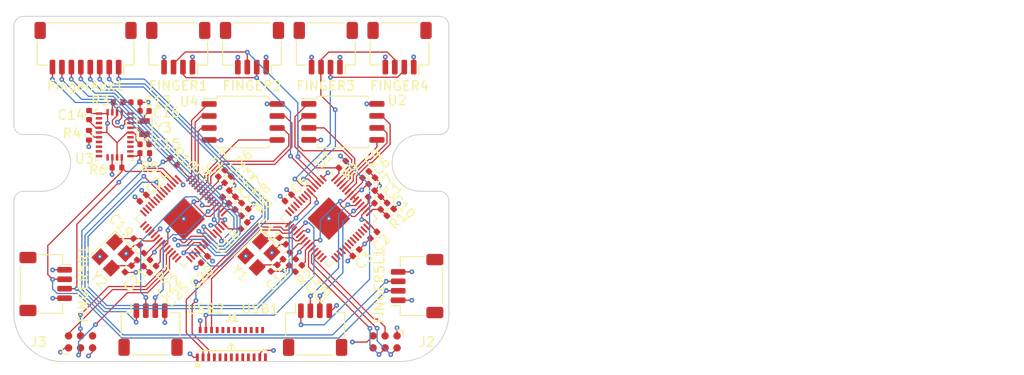
<source format=kicad_pcb>
(kicad_pcb (version 20221018) (generator pcbnew)
  (layers (0 "F.Cu" signal) (1 "In1.Cu" signal) (2 "In2.Cu" signal) (31 "B.Cu" signal) (34 "B.Paste" user) (35 "F.Paste" user) (36 "B.SilkS" user "B.Silkscreen") (37 "F.SilkS" user "F.Silkscreen") (38 "B.Mask" user) (39 "F.Mask" user) (44 "Edge.Cuts" user))
  (property "SHEETTOTAL" "1")
  (net 0 "")
  (net 1 "+3V3")
  (net 2 "GND")
  (net 3 "Net-(U1-VREG_VOUT)")
  (net 4 "Net-(U1-ADC_AVDD)")
  (net 5 "Net-(U1-XIN)")
  (net 6 "Net-(C12-Pad1)")
  (net 7 "D10-MI_CS")
  (net 8 "D12-MI_MISO")
  (net 9 "D11-MI_MOSI")
  (net 10 "D13-MI_SCLK")
  (net 11 "Net-(U3-CAP)")
  (net 12 "Net-(U3-CLKSEL1{slash}XOUT32)")
  (net 13 "Net-(U3-XIN32)")
  (net 14 "Net-(U5-XIN)")
  (net 15 "Net-(C21-Pad1)")
  (net 16 "Net-(U5-ADC_AVDD)")
  (net 17 "Net-(J3-SWDIO)")
  (net 18 "Net-(J3-~{RESET})")
  (net 19 "Net-(J3-SWCLK)")
  (net 21 "Net-(U3-BOOTN)")
  (net 22 "Net-(U3-NRST)")
  (net 23 "Net-(U5-XOUT)")
  (net 27 "Net-(J2-SWDIO)")
  (net 28 "Net-(J2-~{RESET})")
  (net 29 "Net-(J2-SWCLK)")
  (net 33 "Net-(U1-XOUT)")
  (net 35 "INT")
  (net 58 "Net-(U1-USB_DM)")
  (net 59 "Net-(U1-USB_DP)")
  (net 60 "Net-(U1-QSPI_SD3)")
  (net 61 "Net-(U1-QSPI_SCLK)")
  (net 62 "Net-(U1-QSPI_SD0)")
  (net 63 "Net-(U1-QSPI_SD2)")
  (net 64 "Net-(U1-QSPI_SD1)")
  (net 65 "Net-(U1-QSPI_SS)")
  (net 67 "Net-(U4-~{CS})")
  (net 68 "Net-(USB1-Pin_1)")
  (net 85 "Net-(U5-USB_DM)")
  (net 86 "Net-(U5-USB_DP)")
  (net 87 "FPGA_GPIO_7")
  (net 88 "UART_RX")
  (net 89 "UART_TX")
  (net 90 "HAPTICS_DRV")
  (net 91 "NRF_SWCLK")
  (net 92 "FPGA_GPIO_4")
  (net 93 "FPGA_GPIO_5")
  (net 94 "FPGA_GPIO_6")
  (net 95 "MCU_SWDIO")
  (net 96 "MCU_NRST")
  (net 97 "NRF_NRST")
  (net 98 "NRF_SWDIO")
  (net 99 "MCU_SWCLK")
  (net 100 "FPGA_GPIO_12")
  (net 101 "FPGA_GPIO_13")
  (net 102 "VCORE")
  (net 103 "VSYS")
  (net 104 "VUSB")
  (net 105 "Net-(FINGER1-Pin_2)")
  (net 106 "Net-(FINGER1-Pin_3)")
  (net 107 "Net-(FINGER3-Pin_2)")
  (net 108 "Net-(FINGER3-Pin_3)")
  (net 109 "Net-(FINGER5L1-Pin_2)")
  (net 110 "Net-(FINGER5L1-Pin_3)")
  (net 111 "INTER_RP2040_UART_TX1")
  (net 112 "INTER_RP2040_UART_RX1")
  (net 117 "Net-(FingerAux1-Pin_1)")
  (net 118 "Net-(FingerAux1-Pin_2)")
  (net 119 "Net-(FingerAux1-Pin_3)")
  (net 120 "Net-(FingerAux1-Pin_4)")
  (net 121 "Net-(FingerAux1-Pin_5)")
  (net 122 "Net-(FingerAux1-Pin_6)")
  (net 123 "Net-(FingerAux1-Pin_7)")
  (net 124 "Net-(FingerAux1-Pin_8)")
  (net 125 "Net-(U5-VREG_VOUT)")
  (net 126 "Net-(USB2-Pin_1)")
  (net 127 "Net-(U4-DO(IO1))")
  (net 128 "Net-(U4-IO2)")
  (net 129 "Net-(U4-DI(IO0))")
  (net 130 "Net-(U4-CLK)")
  (net 131 "Net-(U4-IO3)")
  (footprint "Resistor_SMD:R_0402_1005Metric" (layer "F.Cu") (at 155.577044 77.315674 -135)
    (fp_text reference "R1")
    (fp_text value "200")
  )
  (footprint "Resistor_SMD:R_0402_1005Metric" (layer "F.Cu") (at 126.68 72.5775)
    (fp_text reference "R6")
    (fp_text value "2k2")
  )
  (footprint "Connector_JST:JST_SH_SM04B-SRSS-TB_1x04-1MP_P1.00mm_Horizontal" (layer "F.Cu") (at 130.23 89.71)
    (fp_text reference "USB2")
    (fp_text value "Conn_01x04")
  )
  (footprint "Connector_JST:JST_SH_SM04B-SRSS-TB_1x04-1MP_P1.00mm_Horizontal" (layer "F.Cu") (at 147.63 89.72)
    (fp_text reference "USB1")
    (fp_text value "Conn_01x04")
  )
  (footprint "Capacitor_SMD:C_0402_1005Metric" (layer "F.Cu") (at 144.2 80.35 -45)
    (fp_text reference "C11")
    (fp_text value "27p")
  )
  (footprint "Connector:Tag-Connect_TC2030-IDC-NL_2x03_P1.27mm_Vertical" (layer "F.Cu") (at 122.83 91.01)
    (fp_text reference "J3")
    (fp_text value "Conn_ARM_SWD_TagConnect_TC2030-NL")
  )
  (footprint "Capacitor_SMD:C_0402_1005Metric" (layer "F.Cu") (at 139.523471 76.667888 45)
    (fp_text reference "C28")
    (fp_text value "2.2u")
  )
  (footprint "Resistor_SMD:R_0402_1005Metric" (layer "F.Cu") (at 123.72 69.16 90)
    (fp_text reference "R4")
    (fp_text value "10k")
  )
  (footprint "Package_DFN_QFN:QFN-56-1EP_7x7mm_P0.4mm_EP3.2x3.2mm" (layer "F.Cu") (at 149.086415 77.974944 -45)
    (fp_text reference "U1")
    (fp_text value "RP2040")
  )
  (footprint "Capacitor_SMD:C_0402_1005Metric" (layer "F.Cu") (at 154.907044 76.665674 45)
    (fp_text reference "C10")
    (fp_text value "2.2u")
  )
  (footprint "Capacitor_SMD:C_0402_1005Metric" (layer "F.Cu") (at 153.63 73.99 45)
    (fp_text reference "C6")
    (fp_text value "100n")
  )
  (footprint "Connector:Tag-Connect_TC2030-IDC-NL_2x03_P1.27mm_Vertical" (layer "F.Cu") (at 155.03 91.01 180)
    (fp_text reference "J2")
    (fp_text value "Conn_ARM_SWD_TagConnect_TC2030-NL")
  )
  (footprint "Connector_JST:JST_SH_SM04B-SRSS-TB_1x04-1MP_P1.00mm_Horizontal" (layer "F.Cu") (at 119.14 84.89 -90)
    (fp_text reference "FINGER5R1")
    (fp_text value "Conn_01x04")
  )
  (footprint "Package_SO:SOIC-8_5.23x5.23mm_P1.27mm" (layer "F.Cu") (at 140.02 67.76)
    (fp_text reference "U4")
    (fp_text value "W25Q32JVSS")
  )
  (footprint "Resistor_SMD:R_0402_1005Metric" (layer "F.Cu") (at 144.6 81.91 45)
    (fp_text reference "R2")
    (fp_text value "1k")
  )
  (footprint "Connector_JST:JST_SH_SM08B-SRSS-TB_1x08-1MP_P1.00mm_Horizontal" (layer "F.Cu") (at 123.36 59.955 180)
    (fp_text reference "FingerAux1")
    (fp_text value "Conn_01x08")
  )
  (footprint "Connector_JST:JST_SH_SM04B-SRSS-TB_1x04-1MP_P1.00mm_Horizontal" (layer "F.Cu") (at 156.56 59.955 180)
    (fp_text reference "FINGER4")
    (fp_text value "Conn_01x04")
  )
  (footprint "Resistor_SMD:R_0402_1005Metric" (layer "F.Cu") (at 150.51 72.25 45)
    (fp_text reference "R9")
    (fp_text value "1k")
  )
  (footprint "Capacitor_SMD:C_0402_1005Metric" (layer "F.Cu") (at 130.47 83.33 -135)
    (fp_text reference "C25")
    (fp_text value "100n")
  )
  (footprint "Capacitor_SMD:C_0402_1005Metric" (layer "F.Cu") (at 151.957044 81.585674 45)
    (fp_text reference "C3")
    (fp_text value "100n")
  )
  (footprint "Capacitor_SMD:C_0402_1005Metric" (layer "F.Cu") (at 140.12 78.72 45)
    (fp_text reference "C18")
    (fp_text value "100n")
  )
  (footprint "Capacitor_SMD:C_0402_1005Metric" (layer "F.Cu") (at 129.6 66.5975 180)
    (fp_text reference "C16")
    (fp_text value "22p")
  )
  (footprint "Capacitor_SMD:C_0402_1005Metric" (layer "F.Cu") (at 137.74 73.2 45)
    (fp_text reference "C27")
    (fp_text value "100n")
  )
  (footprint "Capacitor_SMD:C_0402_1005Metric" (layer "F.Cu") (at 145.89 83.25 -135)
    (fp_text reference "C8")
    (fp_text value "100n")
  )
  (footprint "Capacitor_SMD:C_0402_1005Metric" (layer "F.Cu") (at 128.64 65.6775 180)
    (fp_text reference "C13")
    (fp_text value "100n")
  )
  (footprint "Resistor_SMD:R_0402_1005Metric" (layer "F.Cu") (at 129.62 71.05 180)
    (fp_text reference "R5")
    (fp_text value "2k2")
  )
  (footprint "Capacitor_SMD:C_0402_1005Metric" (layer "F.Cu") (at 129.82 82.67 -135)
    (fp_text reference "C22")
    (fp_text value "100n")
  )
  (footprint "Capacitor_SMD:C_0402_1005Metric" (layer "F.Cu") (at 138.4 73.85 45)
    (fp_text reference "C26")
    (fp_text value "100n")
  )
  (footprint "Capacitor_SMD:C_0402_1005Metric" (layer "F.Cu") (at 135.92 82.3 -135)
    (fp_text reference "C20")
    (fp_text value "100n")
  )
  (footprint "Crystal:Crystal_SMD_3225-4Pin_3.2x2.5mm" (layer "F.Cu") (at 141.68 81.76 -135)
    (fp_text reference "Y1")
    (fp_text value "12.000MHz")
  )
  (footprint "Connector_JST:JST_SH_SM04B-SRSS-TB_1x04-1MP_P1.00mm_Horizontal" (layer "F.Cu") (at 133.16 59.955 180)
    (fp_text reference "FINGER1")
    (fp_text value "Conn_01x04")
  )
  (footprint "Capacitor_SMD:C_0402_1005Metric" (layer "F.Cu") (at 123.73 67.0275 -90)
    (fp_text reference "C14")
    (fp_text value "100n")
  )
  (footprint "Capacitor_SMD:C_0402_1005Metric" (layer "F.Cu") (at 152.98 73.33 45)
    (fp_text reference "C9")
    (fp_text value "100n")
  )
  (footprint "Capacitor_SMD:C_0402_1005Metric" (layer "F.Cu") (at 128.77 80.43 -45)
    (fp_text reference "C19")
    (fp_text value "27p")
  )
  (footprint "Connector_JST:JST_SH_SM04B-SRSS-TB_1x04-1MP_P1.00mm_Horizontal" (layer "F.Cu") (at 148.76 59.955 180)
    (fp_text reference "FINGER3")
    (fp_text value "Conn_01x04")
  )
  (footprint "Capacitor_SMD:C_0402_1005Metric" (layer "F.Cu") (at 144.797044 75.785674 -135)
    (fp_text reference "C5")
    (fp_text value "100n")
  )
  (footprint "Capacitor_SMD:C_0402_1005Metric" (layer "F.Cu") (at 143.29 83.21 -135)
    (fp_text reference "C12")
    (fp_text value "27p")
  )
  (footprint "Resistor_SMD:R_0402_1005Metric" (layer "F.Cu") (at 140.203471 77.317888 -135)
    (fp_text reference "R8")
    (fp_text value "200")
  )
  (footprint "Capacitor_SMD:C_0402_1005Metric" (layer "F.Cu") (at 138.203471 75.347888 45)
    (fp_text reference "C23")
    (fp_text value "2.2u")
  )
  (footprint "my_connectors:25PIN FRONT FLIP 0.6mm PITCH AYF332535A" (layer "F.Cu") (at 138.78 91.2)
    (fp_text reference "J1")
    (fp_text value "Conn_01x25" hide)
  )
  (footprint "Connector_JST:JST_SH_SM04B-SRSS-TB_1x04-1MP_P1.00mm_Horizontal" (layer "F.Cu") (at 158.42 85.11 90)
    (fp_text reference "FINGER5L1")
    (fp_text value "Conn_01x04")
  )
  (footprint "Capacitor_SMD:C_0402_1005Metric" (layer "F.Cu") (at 153.587044 75.355674 45)
    (fp_text reference "C7")
    (fp_text value "2.2u")
  )
  (footprint "Package_LGA:LGA-28_5.2x3.8mm_P0.5mm" (layer "F.Cu") (at 126.44 69.12 -90)
    (fp_text reference "U3")
    (fp_text value "~")
  )
  (footprint "Capacitor_SMD:C_0402_1005Metric" (layer "F.Cu") (at 145.24 82.59 -135)
    (fp_text reference "C4")
    (fp_text value "100n")
  )
  (footprint "Package_DFN_QFN:QFN-56-1EP_7x7mm_P0.4mm_EP3.2x3.2mm" (layer "F.Cu") (at 133.733572 77.996416 -45)
    (fp_text reference "U5")
    (fp_text value "RP2040")
  )
  (footprint "Capacitor_SMD:C_0402_1005Metric" (layer "F.Cu") (at 154.247044 76.005674 45)
    (fp_text reference "C1")
    (fp_text value "2.2u")
  )
  (footprint "Crystal:Crystal_SMD_2012-2Pin_2.0x1.2mm" (layer "F.Cu") (at 129.59 68.3575 90)
    (fp_text reference "Y3")
    (fp_text value "32.768kHz")
  )
  (footprint "Package_SO:SOIC-8_5.23x5.23mm_P1.27mm" (layer "F.Cu") (at 150.57 67.75)
    (fp_text reference "U2")
    (fp_text value "W25Q32JVSS")
  )
  (footprint "Capacitor_SMD:C_0402_1005Metric" (layer "F.Cu") (at 129.6 70.1175 180)
    (fp_text reference "C15")
    (fp_text value "22p")
  )
  (footprint "Capacitor_SMD:C_0402_1005Metric" (layer "F.Cu") (at 127.87 83.29 -135)
    (fp_text reference "C21")
    (fp_text value "27p")
  )
  (footprint "Capacitor_SMD:C_0402_1005Metric" (layer "F.Cu") (at 153.827044 79.715674 -135)
    (fp_text reference "C2")
    (fp_text value "100n")
  )
  (footprint "Resistor_SMD:R_0402_1005Metric" (layer "F.Cu") (at 132.62 71.96 135)
    (fp_text reference "R10")
    (fp_text value "1k")
  )
  (footprint "Resistor_SMD:R_0402_1005Metric" (layer "F.Cu") (at 129.18 81.99 45)
    (fp_text reference "R7")
    (fp_text value "1k")
  )
  (footprint "Crystal:Crystal_SMD_3225-4Pin_3.2x2.5mm" (layer "F.Cu") (at 126.26 81.84 -135)
    (fp_text reference "Y2")
    (fp_text value "12.000MHz")
  )
  (footprint "Resistor_SMD:R_0402_1005Metric" (layer "F.Cu") (at 126.8 65.6675)
    (fp_text reference "R3")
    (fp_text value "10k")
  )
  (footprint "Capacitor_SMD:C_0402_1005Metric" (layer "F.Cu") (at 138.863471 76.007888 45)
    (fp_text reference "C17")
    (fp_text value "2.2u")
  )
  (footprint "Capacitor_SMD:C_0402_1005Metric" (layer "F.Cu") (at 129.436415 75.813573 -135)
    (fp_text reference "C24")
    (fp_text value "100n")
  )
  (footprint "Connector_JST:JST_SH_SM04B-SRSS-TB_1x04-1MP_P1.00mm_Horizontal" (layer "F.Cu") (at 140.96 59.955 180)
    (fp_text reference "FINGER2")
    (fp_text value "Conn_01x04")
  )
  (gr_line (start 115.78 68.09) (end 115.78 57.59) (stroke (width 0.1)) (layer "Edge.Cuts"))
  (gr_line (start 118.78 75.09) (end 116.78 75.09) (stroke (width 0.1)) (layer "Edge.Cuts"))
  (gr_line (start 158.78 69.09) (end 160.78 69.09) (stroke (width 0.1)) (layer "Edge.Cuts"))
  (gr_line (start 120.901 93.09) (end 156.659 93.09) (stroke (width 0.1)) (layer "Edge.Cuts"))
  (gr_line (start 161.78 68.09) (end 161.78 57.59) (stroke (width 0.1)) (layer "Edge.Cuts"))
  (gr_line (start 115.78 76.09) (end 115.78 87.969) (stroke (width 0.1)) (layer "Edge.Cuts"))
  (gr_arc (start 161.78 87.969) (mid 160.280094 91.590093) (end 156.659 93.09) (stroke (width 0.1)) (layer "Edge.Cuts"))
  (gr_arc (start 115.78 76.09) (mid 116.072893 75.382894) (end 116.78 75.09) (stroke (width 0.1)) (layer "Edge.Cuts"))
  (gr_arc (start 161.78 68.09) (mid 161.487107 68.797106) (end 160.78 69.09) (stroke (width 0.1)) (layer "Edge.Cuts"))
  (gr_line (start 160.78 75.09) (end 158.78 75.09) (stroke (width 0.1)) (layer "Edge.Cuts"))
  (gr_line (start 116.78 69.09) (end 118.78 69.09) (stroke (width 0.1)) (layer "Edge.Cuts"))
  (gr_line (start 160.78 56.59) (end 116.78 56.59) (stroke (width 0.1)) (layer "Edge.Cuts"))
  (gr_arc (start 118.78 69.09) (mid 121.78 72.09) (end 118.78 75.09) (stroke (width 0.1)) (layer "Edge.Cuts"))
  (gr_arc (start 160.78 75.09) (mid 161.487106 75.382893) (end 161.78 76.09) (stroke (width 0.1)) (layer "Edge.Cuts"))
  (gr_arc (start 116.78 69.09) (mid 116.072894 68.797107) (end 115.78 68.09) (stroke (width 0.1)) (layer "Edge.Cuts"))
  (gr_line (start 161.78 87.969) (end 161.78 76.09) (stroke (width 0.1)) (layer "Edge.Cuts"))
  (gr_arc (start 158.78 75.09) (mid 155.78 72.09) (end 158.78 69.09) (stroke (width 0.1)) (layer "Edge.Cuts"))
  (gr_arc (start 160.78 56.59) (mid 161.487106 56.882893) (end 161.78 57.59) (stroke (width 0.1)) (layer "Edge.Cuts"))
  (gr_arc (start 115.78 57.59) (mid 116.072893 56.882894) (end 116.78 56.59) (stroke (width 0.1)) (layer "Edge.Cuts"))
  (gr_arc (start 120.901 93.09) (mid 117.279907 91.590094) (end 115.78 87.969) (stroke (width 0.1)) (layer "Edge.Cuts"))
  (segment (start 151.658516 75.685686) (end 151.941359 75.968529) (width 0.127) (layer "F.Cu") (net 1))
  (segment (start 133.68 74.265889) (end 133.14137 73.727259) (width 0.127) (layer "F.Cu") (net 1))
  (segment (start 130.13 71.05) (end 130.13 71.7375) (width 0.127) (layer "F.Cu") (net 1))
  (segment (start 129.29 74.98) (end 129.29 74.988336) (width 0.127) (layer "F.Cu") (net 1))
  (segment (start 129.775826 75.474162) (end 129.797105 75.474162) (width 0.127) (layer "F.Cu") (net 1))
  (segment (start 136.259411 81.960589) (end 136.259411 81.936468) (width 0.127) (layer "F.Cu") (net 1))
  (segment (start 142.1075 91.91) (end 143.23 91.91) (width 0.127) (layer "F.Cu") (net 1))
  (segment (start 138.002729 78.588618) (end 138.002729 78.591551) (width 0.127) (layer "F.Cu") (net 1))
  (segment (start 127.32 65.6775) (end 127.31 65.6675) (width 0.127) (layer "F.Cu") (net 1))
  (segment (start 127.31 65.6675) (end 126.69 66.2875) (width 0.127) (layer "F.Cu") (net 1))
  (segment (start 138.088344 78.093512) (end 138.161751 78.166919) (width 0.127) (layer "F.Cu") (net 1))
  (segment (start 127.5015 67.989717) (end 127.5015 67.6335) (width 0.127) (layer "F.Cu") (net 1))
  (segment (start 137.5727 74.6973) (end 137.5727 74.6773) (width 0.127) (layer "F.Cu") (net 1))
  (segment (start 152.56 78.08) (end 152.56 77.612628) (width 0.127) (layer "F.Cu") (net 1))
  (segment (start 137.5727 74.6973) (end 137.315531 74.6973) (width 0.127) (layer "F.Cu") (net 1))
  (segment (start 126.516508 68.287725) (end 126.1965 67.967717) (width 0.127) (layer "F.Cu") (net 1))
  (segment (start 126.17 72.5775) (end 126.17 73.3) (width 0.127) (layer "F.Cu") (net 1))
  (segment (start 136.267004 81.942984) (end 136.267004 81.947004) (width 0.127) (layer "F.Cu") (net 1))
  (segment (start 137.919411 74.330577) (end 137.892983 74.357005) (width 0.127) (layer "F.Cu") (net 1))
  (segment (start 138.088344 78.093512) (end 138.002729 78.179127) (width 0.127) (layer "F.Cu") (net 1))
  (segment (start 138.088344 78.093512) (end 138.021905 78.027073) (width 0.127) (layer "F.Cu") (net 1))
  (segment (start 149 73.123624) (end 148.494213 73.629411) (width 0.127) (layer "F.Cu") (net 1))
  (segment (start 148.494213 73.629411) (end 148.494213 73.705787) (width 0.127) (layer "F.Cu") (net 1))
  (segment (start 127.196222 68.294995) (end 127.5015 67.989717) (width 0.127) (layer "F.Cu") (net 1))
  (segment (start 126.516508 68.287725) (end 127.188952 68.287725) (width 0.127) (layer "F.Cu") (net 1))
  (segment (start 121.56 91.645) (end 121.165 91.645) (width 0.127) (layer "F.Cu") (net 1))
  (segment (start 151.614915 81.925085) (end 151.08 82.46) (width 0.127) (layer "F.Cu") (net 1))
  (segment (start 136.267004 81.942984) (end 136.265927 81.942984) (width 0.127) (layer "F.Cu") (net 1))
  (segment (start 131.66 61.955) (end 131.66 60.9) (width 0.127) (layer "F.Cu") (net 1))
  (segment (start 154.17 65.845) (end 153.105 65.845) (width 0.127) (layer "F.Cu") (net 1))
  (segment (start 139.46 61.955) (end 139.46 60.91) (width 0.127) (layer "F.Cu") (net 1))
  (segment (start 129.29 74.988336) (end 129.775826 75.474162) (width 0.127) (layer "F.Cu") (net 1))
  (segment (start 137.892983 74.357005) (end 137.892983 74.358578) (width 0.127) (layer "F.Cu") (net 1))
  (segment (start 123.72 69.67) (end 123.72 70.35) (width 0.127) (layer "F.Cu") (net 1))
  (segment (start 126.1965 67.580733) (end 126.69 67.087233) (width 0.127) (layer "F.Cu") (net 1))
  (segment (start 141.78 92.6375) (end 141.78 92.2375) (width 0.127) (layer "F.Cu") (net 1))
  (segment (start 136.259411 81.960589) (end 136.280589 81.960589) (width 0.127) (layer "F.Cu") (net 1))
  (segment (start 143.62 65.855) (end 142.555 65.855) (width 0.127) (layer "F.Cu") (net 1))
  (segment (start 145.97 81.52) (end 145.97 81.374202) (width 0.127) (layer "F.Cu") (net 1))
  (segment (start 147.26 61.955) (end 147.26 60.91) (width 0.127) (layer "F.Cu") (net 1))
  (segment (start 119.9 86.39) (end 121.14 86.39) (width 0.127) (layer "F.Cu") (net 1))
  (segment (start 138.021905 78.027073) (end 137.634224 78.027073) (width 0.127) (layer "F.Cu") (net 1))
  (segment (start 126.1965 67.967717) (end 126.1965 67.580733) (width 0.127) (layer "F.Cu") (net 1))
  (segment (start 153.174597 74.329411) (end 152.557004 74.947004) (width 0.127) (layer "F.Cu") (net 1))
  (segment (start 155.06 61.955) (end 155.06 60.89) (width 0.127) (layer "F.Cu") (net 1))
  (segment (start 152.557004 74.947004) (end 152.397198 74.947004) (width 0.127) (layer "F.Cu") (net 1))
  (segment (start 154.164689 79.376263) (end 153.355572 78.567146) (width 0.127) (layer "F.Cu") (net 1))
  (segment (start 153.827543 76.345085) (end 153.072729 77.099899) (width 0.127) (layer "F.Cu") (net 1))
  (segment (start 127.765 67.37) (end 128.1025 67.37) (width 0.127) (layer "F.Cu") (net 1))
  (segment (start 141.78 92.2375) (end 142.1075 91.91) (width 0.127) (layer "F.Cu") (net 1))
  (segment (start 156.3 90.375) (end 156.3 89.53) (width 0.127) (layer "F.Cu") (net 1))
  (segment (start 139.780589 79.059411) (end 138.473522 79.059411) (width 0.127) (layer "F.Cu") (net 1))
  (segment (start 127.188952 68.287725) (end 127.196222 68.294995) (width 0.127) (layer "F.Cu") (net 1))
  (segment (start 145.136455 75.446263) (end 145.136455 75.426455) (width 0.127) (layer "F.Cu") (net 1))
  (segment (start 129.797105 75.474162) (end 130.595786 76.272843) (width 0.127) (layer "F.Cu") (net 1))
  (segment (start 138.473522 79.059411) (end 138.002729 78.588618) (width 0.127) (layer "F.Cu") (net 1))
  (segment (start 137.634224 78.027073) (end 137.37987 77.772719) (width 0.127) (layer "F.Cu") (net 1))
  (segment (start 121.165 91.645) (end 120.71 92.1) (width 0.127) (layer "F.Cu") (net 1))
  (segment (start 126.17 72.5775) (end 126.17 71.5275) (width 0.127) (layer "F.Cu") (net 1))
  (segment (start 155.937668 76.95505) (end 155.937668 76.932332) (width 0.127) (layer "F.Cu") (net 1))
  (segment (start 152.397198 74.947004) (end 151.658516 75.685686) (width 0.127) (layer "F.Cu") (net 1))
  (segment (start 152.868426 78.08) (end 153.355572 78.567146) (width 0.127) (layer "F.Cu") (net 1))
  (segment (start 156.9 83.61) (end 156.42 83.61) (width 0.127) (layer "F.Cu") (net 1))
  (segment (start 137.37987 77.461387) (end 137.719886 77.121371) (width 0.127) (layer "F.Cu") (net 1))
  (segment (start 138.52406 76.347299) (end 138.493958 76.347299) (width 0.127) (layer "F.Cu") (net 1))
  (segment (start 140.564095 76.957264) (end 140.582736 76.957264) (width 0.127) (layer "F.Cu") (net 1))
  (segment (start 123.72 70.35) (end 123.7 70.37) (width 0.127) (layer "F.Cu") (net 1))
  (segment (start 138.002729 78.179127) (end 138.002729 78.588618) (width 0.127) (layer "F.Cu") (net 1))
  (segment (start 140.582736 76.957264) (end 141.12 76.42) (width 0.127) (layer "F.Cu") (net 1))
  (segment (start 152.56 78.08) (end 152.868426 78.08) (width 0.127) (layer "F.Cu") (net 1))
  (segment (start 153.907633 76.345085) (end 153.827543 76.345085) (width 0.127) (layer "F.Cu") (net 1))
  (segment (start 156.42 83.61) (end 157.85 83.61) (width 0.127) (layer "F.Cu") (net 1))
  (segment (start 126.69 66.2875) (end 126.69 66.7325) (width 0.127) (layer "F.Cu") (net 1))
  (segment (start 145.136455 75.446263) (end 145.143521 75.446263) (width 0.127) (layer "F.Cu") (net 1))
  (segment (start 153.445 65.855) (end 153.44 65.85) (width 0.127) (layer "F.Cu") (net 1))
  (segment (start 153.290589 74.329411) (end 153.174597 74.329411) (width 0.127) (layer "F.Cu") (net 1))
  (segment (start 137.5727 74.6773) (end 138.060589 74.189411) (width 0.127) (layer "F.Cu") (net 1))
  (segment (start 145.136455 75.426455) (end 144.62 74.91) (width 0.127) (layer "F.Cu") (net 1))
  (segment (start 130.640862 81.531776) (end 130.640862 81.371969) (width 0.127) (layer "F.Cu") (net 1))
  (segment (start 127.5015 67.6335) (end 127.765 67.37) (width 0.127) (layer "F.Cu") (net 1))
  (segment (start 130.640862 81.371969) (end 131.444314 80.568517) (width 0.127) (layer "F.Cu") (net 1))
  (segment (start 155.06 60.89) (end 155.05 60.88) (width 0.127) (layer "F.Cu") (net 1))
  (segment (start 136.588516 75.990001) (end 136.305673 75.707158) (width 0.127) (layer "F.Cu") (net 1))
  (segment (start 154.166455 79.376263) (end 154.164689 79.376263) (width 0.127) (layer "F.Cu") (net 1))
  (segment (start 145.97 81.374202) (end 146.797157 80.547045) (width 0.127) (layer "F.Cu") (net 1))
  (segment (start 151.617633 81.925085) (end 151.617633 81.920375) (width 0.127) (layer "F.Cu") (net 1))
  (segment (start 126.17 71.5275) (end 126.19 71.5075) (width 0.127) (layer "F.Cu") (net 1))
  (segment (start 133.68 74.41) (end 133.68 74.265889) (width 0.127) (layer "F.Cu") (net 1))
  (segment (start 145.579411 81.910589) (end 145.579411 82.250589) (width 0.127) (layer "F.Cu") (net 1))
  (segment (start 137.37987 77.772719) (end 137.37987 77.461387) (width 0.127) (layer "F.Cu") (net 1))
  (segment (start 145.97 81.52) (end 145.579411 81.910589) (width 0.127) (layer "F.Cu") (net 1))
  (segment (start 138.161751 78.166919) (end 138.161751 78.208249) (width 0.127) (layer "F.Cu") (net 1))
  (segment (start 119.89 86.4) (end 119.9 86.39) (width 0.127) (layer "F.Cu") (net 1))
  (segment (start 137.315531 74.6973) (end 136.305673 75.707158) (width 0.127) (layer "F.Cu") (net 1))
  (segment (start 155.937668 76.932332) (end 156.48 76.39) (width 0.127) (layer "F.Cu") (net 1))
  (segment (start 152.56 77.612628) (end 153.072729 77.099899) (width 0.127) (layer "F.Cu") (net 1))
  (segment (start 130.159411 82.330589) (end 130.159411 82.013227) (width 0.127) (layer "F.Cu") (net 1))
  (segment (start 151.617633 81.925085) (end 151.614915 81.925085) (width 0.127) (layer "F.Cu") (net 1))
  (segment (start 145.143521 75.446263) (end 145.948629 76.251371) (width 0.127) (layer "F.Cu") (net 1))
  (segment (start 130.159411 82.013227) (end 130.640862 81.531776) (width 0.127) (layer "F.Cu") (net 1))
  (segment (start 128.16 65.6775) (end 127.32 65.6775) (width 0.127) (layer "F.Cu") (net 1))
  (segment (start 136.280589 81.960589) (end 136.79 82.47) (width 0.127) (layer "F.Cu") (net 1))
  (segment (start 138.493958 76.347299) (end 137.719886 77.121371) (width 0.127) (layer "F.Cu") (net 1))
  (segment (start 142.555 65.855) (end 142.55 65.85) (width 0.127) (layer "F.Cu") (net 1))
  (segment (start 157.85 83.61) (end 157.86 83.6) (width 0.127) (layer "F.Cu") (net 1))
  (segment (start 126.69 67.087233) (end 126.69 66.7325) (width 0.127) (layer "F.Cu") (net 1))
  (segment (start 151.617633 81.920375) (end 150.809988 81.11273) (width 0.127) (layer "F.Cu") (net 1))
  (segment (start 126.17 73.3) (end 126.16 73.31) (width 0.127) (layer "F.Cu") (net 1))
  (segment (start 136.259411 81.936468) (end 135.457145 81.134202) (width 0.127) (layer "F.Cu") (net 1))
  (via (at 147.26 60.91) (size 0.5) (drill 0.2) (layers "F.Cu" "B.Cu") (net 1))
  (via (at 136.79 82.47) (size 0.5) (drill 0.2) (layers "F.Cu" "B.Cu") (net 1))
  (via (at 130.13 71.7375) (size 0.5) (drill 0.2) (layers "F.Cu" "B.Cu") (net 1))
  (via (at 142.55 65.85) (size 0.5) (drill 0.2) (layers "F.Cu" "B.Cu") (net 1))
  (via (at 151.08 82.46) (size 0.5) (drill 0.2) (layers "F.Cu" "B.Cu") (net 1))
  (via (at 119.89 86.4) (size 0.5) (drill 0.2) (layers "F.Cu" "B.Cu") (net 1))
  (via (at 130.640862 81.531776) (size 0.5) (drill 0.2) (layers "F.Cu" "B.Cu") (net 1))
  (via (at 139.46 60.91) (size 0.5) (drill 0.2) (layers "F.Cu" "B.Cu") (net 1))
  (via (at 157.86 83.6) (size 0.5) (drill 0.2) (layers "F.Cu" "B.Cu") (net 1))
  (via (at 127.196222 68.294995) (size 0.5) (drill 0.2) (layers "F.Cu" "B.Cu") (net 1))
  (via (at 129.29 74.98) (size 0.5) (drill 0.2) (layers "F.Cu" "B.Cu") (net 1))
  (via (at 137.5727 74.6973) (size 0.5) (drill 0.2) (layers "F.Cu" "B.Cu") (net 1))
  (via (at 138.088344 78.093512) (size 0.5) (drill 0.2) (layers "F.Cu" "B.Cu") (net 1))
  (via (at 131.66 60.9) (size 0.5) (drill 0.2) (layers "F.Cu" "B.Cu") (net 1))
  (via (at 123.7 70.37) (size 0.5) (drill 0.2) (layers "F.Cu" "B.Cu") (net 1))
  (via (at 152.557004 74.947004) (size 0.5) (drill 0.2) (layers "F.Cu" "B.Cu") (net 1))
  (via (at 126.16 73.31) (size 0.5) (drill 0.2) (layers "F.Cu" "B.Cu") (net 1))
  (via (at 149 73.123624) (size 0.5) (drill 0.2) (layers "F.Cu" "B.Cu") (net 1))
  (via (at 153.1 65.84) (size 0.5) (drill 0.2) (layers "F.Cu" "B.Cu") (net 1))
  (via (at 155.05 60.88) (size 0.5) (drill 0.2) (layers "F.Cu" "B.Cu") (net 1))
  (via (at 156.3 89.53) (size 0.5) (drill 0.2) (layers "F.Cu" "B.Cu") (net 1))
  (via (at 141.12 76.42) (size 0.5) (drill 0.2) (layers "F.Cu" "B.Cu") (net 1))
  (via (at 144.62 74.91) (size 0.5) (drill 0.2) (layers "F.Cu" "B.Cu") (net 1))
  (via (at 133.68 74.41) (size 0.5) (drill 0.2) (layers "F.Cu" "B.Cu") (net 1))
  (via (at 145.97 81.52) (size 0.5) (drill 0.2) (layers "F.Cu" "B.Cu") (net 1))
  (via (at 143.23 91.91) (size 0.5) (drill 0.2) (layers "F.Cu" "B.Cu") (net 1))
  (via (at 120.71 92.1) (size 0.5) (drill 0.2) (layers "F.Cu" "B.Cu") (net 1))
  (via (at 156.48 76.39) (size 0.5) (drill 0.2) (layers "F.Cu" "B.Cu") (net 1))
  (via (at 152.56 78.08) (size 0.5) (drill 0.2) (layers "F.Cu" "B.Cu") (net 1))
  (segment (start 154.44 74.51) (end 154.44 74.121178) (width 0.127) (layer "F.Cu") (net 2))
  (segment (start 144.455085 76.125085) (end 143.94 75.61) (width 0.127) (layer "F.Cu") (net 2))
  (segment (start 130.595786 79.719989) (end 130.600011 79.719989) (width 0.127) (layer "F.Cu") (net 2))
  (segment (start 125.615 67.9785) (end 125.6835 67.91) (width 0.127) (layer "F.Cu") (net 2))
  (segment (start 127.19 67.313432) (end 127.19 66.7325) (width 0.127) (layer "F.Cu") (net 2))
  (segment (start 126.69 71.5075) (end 126.69 69.945) (width 0.127) (layer "F.Cu") (net 2))
  (segment (start 127.765 68.87) (end 128.1025 68.87) (width 0.127) (layer "F.Cu") (net 2))
  (segment (start 149.345492 87.72) (end 149.13 87.72) (width 0.127) (layer "F.Cu") (net 2))
  (segment (start 139.07 73.841178) (end 138.739411 73.510589) (width 0.127) (layer "F.Cu") (net 2))
  (segment (start 146.97 69.655) (end 148.235 69.655) (width 0.127) (layer "F.Cu") (net 2))
  (segment (start 146.387146 79.26) (end 145.948629 79.698517) (width 0.127) (layer "F.Cu") (net 2))
  (segment (start 125.5525 66.87) (end 125.69 66.7325) (width 0.127) (layer "F.Cu") (net 2))
  (segment (start 139.07 74.47) (end 139.07 73.841178) (width 0.127) (layer "F.Cu") (net 2))
  (segment (start 145.550589 83.589411) (end 145.550589 83.579411) (width 0.127) (layer "F.Cu") (net 2))
  (segment (start 136.42 69.665) (end 137.675 69.665) (width 0.127) (layer "F.Cu") (net 2))
  (segment (start 129.9625 65.6775) (end 129.97 65.67) (width 0.127) (layer "F.Cu") (net 2))
  (segment (start 152.87 80.65) (end 152.892718 80.65) (width 0.127) (layer "F.Cu") (net 2))
  (segment (start 135.18 92.6375) (end 134.7675 92.6375) (width 0.127) (layer "F.Cu") (net 2))
  (segment (start 140.97 77.87) (end 140.459411 78.380589) (width 0.127) (layer "F.Cu") (net 2))
  (segment (start 128.7035 69.1335) (end 128.44 68.87) (width 0.127) (layer "F.Cu") (net 2))
  (segment (start 129.12 65.6775) (end 129.9625 65.6775) (width 0.127) (layer "F.Cu") (net 2))
  (segment (start 144.37 83.47) (end 144.290589 83.549411) (width 0.127) (layer "F.Cu") (net 2))
  (segment (start 150.26 61.955) (end 150.26 60.91) (width 0.127) (layer "F.Cu") (net 2))
  (segment (start 145.550589 83.579411) (end 144.900589 82.929411) (width 0.127) (layer "F.Cu") (net 2))
  (segment (start 124.1 91.645) (end 124.1 92.06) (width 0.127) (layer "F.Cu") (net 2))
  (segment (start 128.7035 69.701) (end 128.7035 69.1335) (width 0.127) (layer "F.Cu") (net 2))
  (segment (start 149.086415 77.973585) (end 149.09 77.97) (width 0.127) (layer "F.Cu") (net 2))
  (segment (start 129.12 66.5975) (end 129.12 65.6775) (width 0.127) (layer "F.Cu") (net 2))
  (segment (start 125.69 66.7325) (end 125.69 67.9035) (width 0.127) (layer "F.Cu") (net 2))
  (segment (start 124.7775 66.87) (end 124.0525 66.87) (width 0.127) (layer "F.Cu") (net 2))
  (segment (start 119.89 83.39) (end 119.88 83.4) (width 0.127) (layer "F.Cu") (net 2))
  (segment (start 139.862882 76.328477) (end 139.202882 75.668477) (width 0.127) (layer "F.Cu") (net 2))
  (segment (start 124.881142 82.016777) (end 124.881142 82.001142) (width 0.127) (layer "F.Cu") (net 2))
  (segment (start 128.53267 80.769411) (end 127.638858 81.663223) (width 0.127) (layer "F.Cu") (net 2))
  (segment (start 130.130589 83.659411) (end 129.480589 83.009411) (width 0.127) (layer "F.Cu") (net 2))
  (segment (start 146.88 79.26) (end 146.387146 79.26) (width 0.127) (layer "F.Cu") (net 2))
  (segment (start 134.7675 92.6375) (end 134.4 92.27) (width 0.127) (layer "F.Cu") (net 2))
  (segment (start 153.933737 75.016263) (end 154.44 74.51) (width 0.127) (layer "F.Cu") (net 2))
  (segment (start 124.881142 82.001142) (end 124.87 81.99) (width 0.127) (layer "F.Cu") (net 2))
  (segment (start 138.542882 74.997118) (end 139.07 74.47) (width 0.127) (layer "F.Cu") (net 2))
  (segment (start 135.49 88.77) (end 135.49 89.7525) (width 0.127) (layer "F.Cu") (net 2))
  (segment (start 124.1 92.06) (end 123.67 92.49) (width 0.127) (layer "F.Cu") (net 2))
  (segment (start 135.580589 82.639411) (end 135.04 83.18) (width 0.127) (layer "F.Cu") (net 2))
  (segment (start 149.086415 77.974944) (end 149.086415 77.973585) (width 0.127) (layer "F.Cu") (net 2))
  (segment (start 142.46 61.955) (end 142.46 60.91) (width 0.127) (layer "F.Cu") (net 2))
  (segment (start 154.586455 75.666263) (end 155.246455 76.326263) (width 0.127) (layer "F.Cu") (net 2))
  (segment (start 153.76 90.375) (end 153.105 91.03) (width 0.127) (layer "F.Cu") (net 2))
  (segment (start 149.902746 87.162746) (end 149.345492 87.72) (width 0.127) (layer "F.Cu") (net 2))
  (segment (start 154.44 74.121178) (end 153.969411 73.650589) (width 0.127) (layer "F.Cu") (net 2))
  (segment (start 124.7775 68.87) (end 125.615 68.87) (width 0.127) (layer "F.Cu") (net 2))
  (segment (start 127.561178 83.66) (end 127.530589 83.629411) (width 0.127) (layer "F.Cu") (net 2))
  (segment (start 130.130589 83.669411) (end 130.130589 83.659411) (width 0.127) (layer "F.Cu") (net 2))
  (segment (start 134.66 61.955) (end 134.66 60.89) (width 0.127) (layer "F.Cu") (net 2))
  (segment (start 126.729207 67.774225) (end 127.19 67.313432) (width 0.127) (layer "F.Cu") (net 2))
  (segment (start 158.06 60.89) (end 158.05 60.88) (width 0.127) (layer "F.Cu") (net 2))
  (segment (start 143.160589 81.684954) (end 143.058858 81.583223) (width 0.127) (layer "F.Cu") (net 2))
  (segment (start 152.87 80.65) (end 152.87 80.672718) (width 0.127) (layer "F.Cu") (net 2))
  (segment (start 130.600011 79.719989) (end 131.25 79.07) (width 0.127) (layer "F.Cu") (net 2))
  (segment (start 153.105 91.03) (end 151.58 91.03) (width 0.127) (layer "F.Cu") (net 2))
  (segment (start 124.7775 66.87) (end 125.5525 66.87) (width 0.127) (layer "F.Cu") (net 2))
  (segment (start 124.0525 66.87) (end 123.73 66.5475) (width 0.127) (layer "F.Cu") (net 2))
  (segment (start 134.66 60.89) (end 134.67 60.88) (width 0.127) (layer "F.Cu") (net 2))
  (segment (start 126.69 69.945) (end 127.765 68.87) (width 0.127) (layer "F.Cu") (net 2))
  (segment (start 153.319411 73.000589) (end 153.969411 73.650589) (width 0.127) (layer "F.Cu") (net 2))
  (segment (start 125.615 68.87) (end 126.69 69.945) (width 0.127) (layer "F.Cu") (net 2))
  (segment (start 128.83 83.66) (end 129.480589 83.009411) (width 0.127) (layer "F.Cu") (net 2))
  (segment (start 131.73 88.96) (end 131.74 88.97) (width 0.127) (layer "F.Cu") (net 2))
  (segment (start 142.46 60.91) (end 142.45 60.9) (width 0.127) (layer "F.Cu") (net 2))
  (segment (start 156.42 86.61) (end 155.645 86.61) (width 0.127) (layer "F.Cu") (net 2))
  (segment (start 143.95267 80.689411) (end 144.539411 80.689411) (width 0.127) (layer "F.Cu") (net 2))
  (segment (start 127.770589 81.794954) (end 127.638858 81.663223) (width 0.127) (layer "F.Cu") (net 2))
  (segment (start 138.079411 72.860589) (end 138.089411 72.860589) (width 0.127) (layer "F.Cu") (net 2))
  (segment (start 144.290589 83.549411) (end 142.950589 83.549411) (width 0.127) (layer "F.Cu") (net 2))
  (segment (start 128.58 75.67) (end 128.61402 75.67) (width 0.127) (layer "F.Cu") (net 2))
  (segment (start 153.936455 75.016263) (end 154.586455 75.666263) (width 0.127) (layer "F.Cu") (net 2))
  (segment (start 152.892718 80.65) (end 153.487633 80.055085) (width 0.127) (layer "F.Cu") (net 2))
  (segment (start 153.926455 75.016263) (end 153.936455 75.016263) (width 0.127) (layer "F.Cu") (net 2))
  (segment (start 143.058858 81.583223) (end 143.95267 80.689411) (width 0.127) (layer "F.Cu") (net 2))
  (segment (start 153.926455 75.016263) (end 153.933737 75.016263) (width 0.127) (layer "F.Cu") (net 2))
  (segment (start 128.61402 75.67) (end 129.097004 76.152984) (width 0.127) (layer "F.Cu") (net 2))
  (segment (start 129.12 70.1175) (end 128.7035 69.701) (width 0.127) (layer "F.Cu") (net 2))
  (segment (start 144.37 83.47) (end 144.900589 82.939411) (width 0.127) (layer "F.Cu") (net 2))
  (segment (start 138.542882 75.008477) (end 138.542882 74.997118) (width 0.127) (layer "F.Cu") (net 2))
  (segment (start 158.06 61.955) (end 158.06 60.89) (width 0.127) (layer "F.Cu") (net 2))
  (segment (start 128.677 83.66) (end 127.561178 83.66) (width 0.127) (layer "F.Cu") (net 2))
  (segment (start 125.69 67.9035) (end 125.6835 67.91) (width 0.127) (layer "F.Cu") (net 2))
  (segment (start 156.42 86.61) (end 157.85 86.61) (width 0.127) (layer "F.Cu") (net 2))
  (segment (start 137.675 69.665) (end 137.68 69.67) (width 0.127) (layer "F.Cu") (net 2))
  (segment (start 153.268455 73.041545) (end 153.319411 72.990589) (width 0.127) (layer "F.Cu") (net 2))
  (segment (start 153.319411 72.990589) (end 153.319411 73.000589) (width 0.127) (layer "F.Cu") (net 2))
  (segment (start 135.49 89.7525) (end 135.48 89.7625) (width 0.127) (layer "F.Cu") (net 2))
  (segment (start 121.14 83.39) (end 119.89 83.39) (width 0.127) (layer "F.Cu") (net 2))
  (segment (start 138.089411 72.860589) (end 138.739411 73.510589) (width 0.127) (layer "F.Cu") (net 2))
  (segment (start 132.319359 77.996416) (end 133.733572 77.996416) (width 0.127) (layer "F.Cu") (net 2))
  (segment (start 144.457633 76.125085) (end 144.455085 76.125085) (width 0.127) (layer "F.Cu") (net 2))
  (segment (start 131.73 87.71) (end 131.73 88.96) (width 0.127) (layer "F.Cu") (net 2))
  (segment (start 152.87 80.672718) (end 152.296455 81.246263) (width 0.127) (layer "F.Cu") (net 2))
  (segment (start 125.615 68.87) (end 125.615 67.9785) (width 0.127) (layer "F.Cu") (net 2))
  (segment (start 128.44 68.87) (end 128.1025 68.87) (width 0.127) (layer "F.Cu") (net 2))
  (segment (start 129.109411 80.769411) (end 128.53267 80.769411) (width 0.127) (layer "F.Cu") (net 2))
  (segment (start 128.677 83.66) (end 128.83 83.66) (width 0.127) (layer "F.Cu") (net 2))
  (segment (start 138.542882 75.008477) (end 139.202882 75.668477) (width 0.127) (layer "F.Cu") (net 2))
  (via (at 131.25 79.07) (size 0.5) (drill 0.2) (layers "F.Cu" "B.Cu") (net 2))
  (via (at 149.902746 87.162746) (size 0.5) (drill 0.2) (layers "F.Cu" "B.Cu") (net 2))
  (via (at 135.04 83.18) (size 0.5) (drill 0.2) (layers "F.Cu" "B.Cu") (net 2))
  (via (at 124.87 81.99) (size 0.5) (drill 0.2) (layers "F.Cu" "B.Cu") (net 2))
  (via (at 119.88 83.4) (size 0.5) (drill 0.2) (layers "F.Cu" "B.Cu") (net 2))
  (via (at 125.6835 67.91) (size 0.5) (drill 0.2) (layers "F.Cu" "B.Cu") (net 2))
  (via (at 133.733572 77.996416) (size 0.5) (drill 0.2) (layers "F.Cu" "B.Cu") (net 2))
  (via (at 150.26 60.91) (size 0.5) (drill 0.2) (layers "F.Cu" "B.Cu") (net 2))
  (via (at 152.87 80.65) (size 0.5) (drill 0.2) (layers "F.Cu" "B.Cu") (net 2))
  (via (at 127.638858 81.663223) (size 0.5) (drill 0.2) (layers "F.Cu" "B.Cu") (net 2))
  (via (at 126.729207 67.774225) (size 0.5) (drill 0.2) (layers "F.Cu" "B.Cu") (net 2))
  (via (at 154.44 74.51) (size 0.5) (drill 0.2) (layers "F.Cu" "B.Cu") (net 2))
  (via (at 134.67 60.88) (size 0.5) (drill 0.2) (layers "F.Cu" "B.Cu") (net 2))
  (via (at 157.85 86.61) (size 0.5) (drill 0.2) (layers "F.Cu" "B.Cu") (net 2))
  (via (at 128.58 75.67) (size 0.5) (drill 0.2) (layers "F.Cu" "B.Cu") (net 2))
  (via (at 139.07 74.47) (size 0.5) (drill 0.2) (layers "F.Cu" "B.Cu") (net 2))
  (via (at 148.24 69.66) (size 0.5) (drill 0.2) (layers "F.Cu" "B.Cu") (net 2))
  (via (at 131.74 88.97) (size 0.5) (drill 0.2) (layers "F.Cu" "B.Cu") (net 2))
  (via (at 140.97 77.87) (size 0.5) (drill 0.2) (layers "F.Cu" "B.Cu") (net 2))
  (via (at 149.09 77.97) (size 0.5) (drill 0.2) (layers "F.Cu" "B.Cu") (net 2))
  (via (at 123.67 92.49) (size 0.5) (drill 0.2) (layers "F.Cu" "B.Cu") (net 2))
  (via (at 158.05 60.88) (size 0.5) (drill 0.2) (layers "F.Cu" "B.Cu") (net 2))
  (via (at 144.37 83.47) (size 0.5) (drill 0.2) (layers "F.Cu" "B.Cu") (net 2))
  (via (at 142.45 60.9) (size 0.5) (drill 0.2) (layers "F.Cu" "B.Cu") (net 2))
  (via (at 143.058858 81.583223) (size 0.5) (drill 0.2) (layers "F.Cu" "B.Cu") (net 2))
  (via (at 143.94 75.61) (size 0.5) (drill 0.2) (layers "F.Cu" "B.Cu") (net 2))
  (via (at 135.49 88.77) (size 0.5) (drill 0.2) (layers "F.Cu" "B.Cu") (net 2))
  (via (at 146.88 79.26) (size 0.5) (drill 0.2) (layers "F.Cu" "B.Cu") (net 2))
  (via (at 129.97 65.67) (size 0.5) (drill 0.2) (layers "F.Cu" "B.Cu") (net 2))
  (via (at 137.68 69.67) (size 0.5) (drill 0.2) (layers "F.Cu" "B.Cu") (net 2))
  (via (at 140.301142 81.936777) (size 0.5) (drill 0.2) (layers "F.Cu" "B.Cu") (net 2))
  (via (at 128.677 83.66) (size 0.5) (drill 0.2) (layers "F.Cu" "B.Cu") (net 2))
  (via (at 151.58 91.03) (size 0.5) (drill 0.2) (layers "F.Cu" "B.Cu") (net 2))
  (via (at 134.4 92.27) (size 0.5) (drill 0.2) (layers "F.Cu" "B.Cu") (net 2))
  (segment (start 153.247633 76.359311) (end 152.789887 76.817057) (width 0.127) (layer "F.Cu") (net 3))
  (segment (start 146.607511 81.302377) (end 147.08 80.829888) (width 0.127) (layer "F.Cu") (net 3))
  (segment (start 151.52 77.75) (end 150.3 76.53) (width 0.127) (layer "F.Cu") (net 3))
  (segment (start 153.247633 75.695085) (end 153.247633 76.359311) (width 0.127) (layer "F.Cu") (net 3))
  (segment (start 152.640589 74.137927) (end 151.375673 75.402843) (width 0.127) (layer "F.Cu") (net 3))
  (segment (start 146.229411 82.910589) (end 146.607511 82.532489) (width 0.127) (layer "F.Cu") (net 3))
  (segment (start 150.3 76.53) (end 150.3 76.15) (width 0.127) (layer "F.Cu") (net 3))
  (segment (start 152.789887 76.817057) (end 151.856944 77.75) (width 0.127) (layer "F.Cu") (net 3))
  (segment (start 151.856944 77.75) (end 151.52 77.75) (width 0.127) (layer "F.Cu") (net 3))
  (segment (start 148.17 80.26) (end 147.649888 80.26) (width 0.127) (layer "F.Cu") (net 3))
  (segment (start 146.607511 82.532489) (end 146.607511 81.302377) (width 0.127) (layer "F.Cu") (net 3))
  (segment (start 147.649888 80.26) (end 147.08 80.829888) (width 0.127) (layer "F.Cu") (net 3))
  (segment (start 151.375673 75.402843) (end 150.628516 76.15) (width 0.127) (layer "F.Cu") (net 3))
  (segment (start 152.640589 73.669411) (end 152.640589 74.137927) (width 0.127) (layer "F.Cu") (net 3))
  (segment (start 152.606455 73.696263) (end 152.617725 73.696263) (width 0.127) (layer "F.Cu") (net 3))
  (segment (start 150.628516 76.15) (end 150.3 76.15) (width 0.127) (layer "F.Cu") (net 3))
  (via (at 150.3 76.15) (size 0.5) (drill 0.2) (layers "F.Cu" "B.Cu") (net 3))
  (via (at 148.17 80.26) (size 0.5) (drill 0.2) (layers "F.Cu" "B.Cu") (net 3))
  (segment (start 150.183801 76.15) (end 150.3 76.15) (width 0.127) (layer "B.Cu") (net 3))
  (segment (start 148.17 80.26) (end 148.17 78.163801) (width 0.127) (layer "B.Cu") (net 3))
  (segment (start 148.17 78.163801) (end 150.183801 76.15) (width 0.127) (layer "B.Cu") (net 3))
  (segment (start 154.567633 77.005085) (end 153.733229 77.005085) (width 0.127) (layer "F.Cu") (net 4))
  (segment (start 154.567633 77.027511) (end 155.21642 77.676298) (width 0.127) (layer "F.Cu") (net 4))
  (segment (start 154.567633 77.005085) (end 154.567633 77.027511) (width 0.127) (layer "F.Cu") (net 4))
  (segment (start 153.733229 77.005085) (end 153.355572 77.382742) (width 0.127) (layer "F.Cu") (net 4))
  (segment (start 142.22733 80.010589) (end 141.856777 80.381142) (width 0.127) (layer "F.Cu") (net 5))
  (segment (start 143.888533 80.038533) (end 143.860589 80.010589) (width 0.127) (layer "F.Cu") (net 5))
  (segment (start 143.860589 80.010589) (end 142.22733 80.010589) (width 0.127) (layer "F.Cu") (net 5))
  (segment (start 145.269337 80.010589) (end 145.580124 80.321376) (width 0.127) (layer "F.Cu") (net 5))
  (segment (start 145.580124 80.321376) (end 145.891454 80.321376) (width 0.127) (layer "F.Cu") (net 5))
  (segment (start 145.891454 80.321376) (end 146.231471 79.981359) (width 0.127) (layer "F.Cu") (net 5))
  (segment (start 143.860589 80.010589) (end 145.269337 80.010589) (width 0.127) (layer "F.Cu") (net 5))
  (segment (start 143.639411 82.870589) (end 144.239376 82.270624) (width 0.127) (layer "F.Cu") (net 6))
  (segment (start 141.503223 83.138858) (end 141.771492 82.870589) (width 0.127) (layer "F.Cu") (net 6))
  (segment (start 141.771492 82.870589) (end 143.629411 82.870589) (width 0.127) (layer "F.Cu") (net 6))
  (segment (start 143.629411 82.870589) (end 143.639411 82.870589) (width 0.127) (layer "F.Cu") (net 6))
  (segment (start 141.691297 78.863) (end 134.01 86.544297) (width 0.127) (layer "F.Cu") (net 7))
  (segment (start 143.9865 78.863) (end 141.691297 78.863) (width 0.127) (layer "F.Cu") (net 7))
  (segment (start 144.760085 79.190005) (end 144.313505 79.190005) (width 0.127) (layer "F.Cu") (net 7))
  (segment (start 134.01 90.06) (end 135.78 91.83) (width 0.127) (layer "F.Cu") (net 7))
  (segment (start 134.01 86.544297) (end 134.01 90.06) (width 0.127) (layer "F.Cu") (net 7))
  (segment (start 135.78 91.83) (end 135.78 92.6375) (width 0.127) (layer "F.Cu") (net 7))
  (segment (start 145.100101 78.849989) (end 144.760085 79.190005) (width 0.127) (layer "F.Cu") (net 7))
  (segment (start 144.313505 79.190005) (end 143.9865 78.863) (width 0.127) (layer "F.Cu") (net 7))
  (segment (start 146.62152 78.408481) (end 146.62152 78.45994) (width 0.127) (layer "F.Cu") (net 8))
  (segment (start 146.62152 78.45994) (end 145.665786 79.415674) (width 0.127) (layer "F.Cu") (net 8))
  (segment (start 136.08 89.7625) (end 136.08 88.19) (width 0.127) (layer "F.Cu") (net 8))
  (via (at 136.08 88.19) (size 0.5) (drill 0.2) (layers "F.Cu" "B.Cu") (net 8))
  (via (at 146.62152 78.408481) (size 0.5) (drill 0.2) (layers "F.Cu" "B.Cu") (net 8))
  (segment (start 147.5 84.02) (end 147.5 78.93) (width 0.127) (layer "B.Cu") (net 8))
  (segment (start 143.33 88.19) (end 147.5 84.02) (width 0.127) (layer "B.Cu") (net 8))
  (segment (start 147.5 78.93) (end 146.978481 78.408481) (width 0.127) (layer "B.Cu") (net 8))
  (segment (start 136.08 88.19) (end 143.33 88.19) (width 0.127) (layer "B.Cu") (net 8))
  (segment (start 146.978481 78.408481) (end 146.62152 78.408481) (width 0.127) (layer "B.Cu") (net 8))
  (segment (start 136.38 92.6375) (end 136.38 91.85) (width 0.127) (layer "F.Cu") (net 9))
  (segment (start 136.38 91.85) (end 134.63 90.1) (width 0.127) (layer "F.Cu") (net 9))
  (segment (start 141.595414 78.496435) (end 144.746547 78.496435) (width 0.127) (layer "F.Cu") (net 9))
  (segment (start 134.63 90.1) (end 134.63 87.0505) (width 0.127) (layer "F.Cu") (net 9))
  (segment (start 134.63 87.0505) (end 135.03 86.6505) (width 0.127) (layer "F.Cu") (net 9))
  (segment (start 135.421849 84.67) (end 141.595414 78.496435) (width 0.127) (layer "F.Cu") (net 9))
  (segment (start 144.746547 78.496435) (end 144.817258 78.567146) (width 0.127) (layer "F.Cu") (net 9))
  (segment (start 135.03 84.67) (end 135.421849 84.67) (width 0.127) (layer "F.Cu") (net 9))
  (via (at 135.03 86.6505) (size 0.5) (drill 0.2) (layers "F.Cu" "B.Cu") (net 9))
  (via (at 135.03 84.67) (size 0.5) (drill 0.2) (layers "F.Cu" "B.Cu") (net 9))
  (segment (start 135.03 86.6505) (end 135.03 84.67) (width 0.127) (layer "B.Cu") (net 9))
  (segment (start 144.990524 79.52525) (end 144.186302 79.52525) (width 0.127) (layer "F.Cu") (net 10))
  (segment (start 136.68 84.336745) (end 141.826745 79.19) (width 0.127) (layer "F.Cu") (net 10))
  (segment (start 141.826745 79.19) (end 143.851052 79.19) (width 0.127) (layer "F.Cu") (net 10))
  (segment (start 136.68 89.7625) (end 136.68 84.336745) (width 0.127) (layer "F.Cu") (net 10))
  (segment (start 144.186302 79.52525) (end 143.851052 79.19) (width 0.127) (layer "F.Cu") (net 10))
  (segment (start 145.382943 79.132831) (end 144.990524 79.52525) (width 0.127) (layer "F.Cu") (net 10))
  (segment (start 123.73 67.5075) (end 123.73 67.659646) (width 0.127) (layer "F.Cu") (net 11))
  (segment (start 124.440354 68.37) (end 124.7775 68.37) (width 0.127) (layer "F.Cu") (net 11))
  (segment (start 123.73 67.659646) (end 124.440354 68.37) (width 0.127) (layer "F.Cu") (net 11))
  (segment (start 129.59 69.6275) (end 130.08 70.1175) (width 0.127) (layer "F.Cu") (net 12))
  (segment (start 129.59 69.0575) (end 128.9025 68.37) (width 0.127) (layer "F.Cu") (net 12))
  (segment (start 128.9025 68.37) (end 128.1025 68.37) (width 0.127) (layer "F.Cu") (net 12))
  (segment (start 129.59 69.0575) (end 129.59 69.6275) (width 0.127) (layer "F.Cu") (net 12))
  (segment (start 129.59 67.0875) (end 130.08 66.5975) (width 0.127) (layer "F.Cu") (net 13))
  (segment (start 129.59 67.6575) (end 129.3775 67.87) (width 0.127) (layer "F.Cu") (net 13))
  (segment (start 129.59 67.6575) (end 129.59 67.0875) (width 0.127) (layer "F.Cu") (net 13))
  (segment (start 129.3775 67.87) (end 128.1025 67.87) (width 0.127) (layer "F.Cu") (net 13))
  (segment (start 130.878628 80.002831) (end 130.538611 80.342848) (width 0.127) (layer "F.Cu") (net 14))
  (segment (start 128.430589 80.090589) (end 126.80733 80.090589) (width 0.127) (layer "F.Cu") (net 14))
  (segment (start 126.80733 80.090589) (end 126.436777 80.461142) (width 0.127) (layer "F.Cu") (net 14))
  (segment (start 129.4939 80.342848) (end 129.241641 80.090589) (width 0.127) (layer "F.Cu") (net 14))
  (segment (start 130.538611 80.342848) (end 129.4939 80.342848) (width 0.127) (layer "F.Cu") (net 14))
  (segment (start 129.241641 80.090589) (end 128.430589 80.090589) (width 0.127) (layer "F.Cu") (net 14))
  (segment (start 128.209411 82.950589) (end 128.219411 82.950589) (width 0.127) (layer "F.Cu") (net 15))
  (segment (start 126.083223 83.218858) (end 126.351492 82.950589) (width 0.127) (layer "F.Cu") (net 15))
  (segment (start 126.351492 82.950589) (end 128.209411 82.950589) (width 0.127) (layer "F.Cu") (net 15))
  (segment (start 128.219411 82.950589) (end 128.819376 82.350624) (width 0.127) (layer "F.Cu") (net 15))
  (segment (start 139.18406 77.007299) (end 138.399644 77.007299) (width 0.127) (layer "F.Cu") (net 16))
  (segment (start 138.399644 77.007299) (end 138.002729 77.404214) (width 0.127) (layer "F.Cu") (net 16))
  (segment (start 139.18406 77.007299) (end 139.18406 77.019725) (width 0.127) (layer "F.Cu") (net 16))
  (segment (start 139.18406 77.019725) (end 139.842847 77.678512) (width 0.127) (layer "F.Cu") (net 16))
  (segment (start 129.789448 85.483) (end 131.908668 83.36378) (width 0.127) (layer "F.Cu") (net 17))
  (segment (start 121.56 90.133801) (end 126.210801 85.483) (width 0.127) (layer "F.Cu") (net 17))
  (segment (start 126.210801 85.483) (end 129.789448 85.483) (width 0.127) (layer "F.Cu") (net 17))
  (segment (start 121.56 90.375) (end 121.56 90.133801) (width 0.127) (layer "F.Cu") (net 17))
  (segment (start 131.908668 81.801219) (end 132.292842 81.417045) (width 0.127) (layer "F.Cu") (net 17))
  (segment (start 131.908668 83.36378) (end 131.908668 81.801219) (width 0.127) (layer "F.Cu") (net 17))
  (segment (start 127.79 85.81) (end 124.41 89.19) (width 0.127) (layer "F.Cu") (net 18))
  (segment (start 132.235668 83.499228) (end 129.924896 85.81) (width 0.127) (layer "F.Cu") (net 18))
  (segment (start 122.83 92.19) (end 122.62 92.4) (width 0.127) (layer "F.Cu") (net 18))
  (segment (start 129.924896 85.81) (end 127.79 85.81) (width 0.127) (layer "F.Cu") (net 18))
  (segment (start 122.83 91.645) (end 122.83 92.19) (width 0.127) (layer "F.Cu") (net 18))
  (segment (start 132.575685 81.699888) (end 132.235668 82.039905) (width 0.127) (layer "F.Cu") (net 18))
  (segment (start 132.235668 82.039905) (end 132.235668 83.499228) (width 0.127) (layer "F.Cu") (net 18))
  (via (at 124.41 89.19) (size 0.5) (drill 0.2) (layers "F.Cu" "B.Cu") (net 18))
  (via (at 122.62 92.4) (size 0.5) (drill 0.2) (layers "F.Cu" "B.Cu") (net 18))
  (segment (start 124.41 89.19) (end 122.62 90.98) (width 0.127) (layer "B.Cu") (net 18))
  (segment (start 122.62 90.98) (end 122.62 92.4) (width 0.127) (layer "B.Cu") (net 18))
  (segment (start 131.581668 83.228332) (end 129.654 85.156) (width 0.127) (layer "F.Cu") (net 19))
  (segment (start 122.83 90.375) (end 122.83 89.63) (width 0.127) (layer "F.Cu") (net 19))
  (segment (start 132.009999 81.134202) (end 131.581668 81.562533) (width 0.127) (layer "F.Cu") (net 19))
  (segment (start 131.581668 81.562533) (end 131.581668 83.228332) (width 0.127) (layer "F.Cu") (net 19))
  (segment (start 125.794 85.156) (end 122.81 88.14) (width 0.127) (layer "F.Cu") (net 19))
  (segment (start 129.654 85.156) (end 125.794 85.156) (width 0.127) (layer "F.Cu") (net 19))
  (segment (start 122.83 89.63) (end 122.81 89.61) (width 0.127) (layer "F.Cu") (net 19))
  (via (at 122.81 88.14) (size 0.5) (drill 0.2) (layers "F.Cu" "B.Cu") (net 19))
  (via (at 122.81 89.61) (size 0.5) (drill 0.2) (layers "F.Cu" "B.Cu") (net 19))
  (segment (start 122.81 89.61) (end 122.81 88.14) (width 0.127) (layer "B.Cu") (net 19))
  (segment (start 126.19 66.7325) (end 126.19 65.7675) (width 0.127) (layer "F.Cu") (net 21))
  (segment (start 126.19 65.7675) (end 126.29 65.6675) (width 0.127) (layer "F.Cu") (net 21))
  (segment (start 123.72 68.786436) (end 124.303564 69.37) (width 0.127) (layer "F.Cu") (net 22))
  (segment (start 123.72 68.65) (end 123.72 68.786436) (width 0.127) (layer "F.Cu") (net 22))
  (segment (start 124.303564 69.37) (end 124.7775 69.37) (width 0.127) (layer "F.Cu") (net 22))
  (segment (start 131.161471 80.285674) (end 129.817769 81.629376) (width 0.127) (layer "F.Cu") (net 23))
  (segment (start 129.817769 81.629376) (end 129.540624 81.629376) (width 0.127) (layer "F.Cu") (net 23))
  (segment (start 156.3 91.645) (end 156.3 91.68) (width 0.127) (layer "F.Cu") (net 27))
  (segment (start 147.261511 82.685312) (end 147.261511 81.779747) (width 0.127) (layer "F.Cu") (net 27))
  (segment (start 147.261511 81.779747) (end 147.645685 81.395573) (width 0.127) (layer "F.Cu") (net 27))
  (segment (start 154.19 89.56) (end 154.136199 89.56) (width 0.127) (layer "F.Cu") (net 27))
  (segment (start 156.3 91.68) (end 155.63 92.35) (width 0.127) (layer "F.Cu") (net 27))
  (segment (start 154.136199 89.56) (end 147.261511 82.685312) (width 0.127) (layer "F.Cu") (net 27))
  (via (at 154.19 89.56) (size 0.5) (drill 0.2) (layers "F.Cu" "B.Cu") (net 27))
  (via (at 155.63 92.35) (size 0.5) (drill 0.2) (layers "F.Cu" "B.Cu") (net 27))
  (segment (start 154.19 89.56) (end 154.19 90.91) (width 0.127) (layer "B.Cu") (net 27))
  (segment (start 154.19 90.91) (end 155.63 92.35) (width 0.127) (layer "B.Cu") (net 27))
  (segment (start 154.18875 88.58875) (end 153.847498 88.58875) (width 0.127) (layer "F.Cu") (net 28))
  (segment (start 155.03 89.43) (end 154.18875 88.58875) (width 0.127) (layer "F.Cu") (net 28))
  (segment (start 147.588511 82.018433) (end 147.928528 81.678416) (width 0.127) (layer "F.Cu") (net 28))
  (segment (start 155.03 90.375) (end 155.03 89.43) (width 0.127) (layer "F.Cu") (net 28))
  (segment (start 153.847498 88.58875) (end 147.588511 82.329763) (width 0.127) (layer "F.Cu") (net 28))
  (segment (start 147.588511 82.329763) (end 147.588511 82.018433) (width 0.127) (layer "F.Cu") (net 28))
  (segment (start 155.03 91.645) (end 155.03 91.71) (width 0.127) (layer "F.Cu") (net 29))
  (segment (start 153.43 89.58) (end 146.934511 83.084511) (width 0.127) (layer "F.Cu") (net 29))
  (segment (start 146.934511 83.084511) (end 146.934511 81.541061) (width 0.127) (layer "F.Cu") (net 29))
  (segment (start 146.934511 81.541061) (end 147.362842 81.11273) (width 0.127) (layer "F.Cu") (net 29))
  (segment (start 155.03 91.71) (end 154.39 92.35) (width 0.127) (layer "F.Cu") (net 29))
  (via (at 154.39 92.35) (size 0.5) (drill 0.2) (layers "F.Cu" "B.Cu") (net 29))
  (via (at 153.43 89.58) (size 0.5) (drill 0.2) (layers "F.Cu" "B.Cu") (net 29))
  (segment (start 153.43 91.4) (end 154.38 92.35) (width 0.127) (layer "B.Cu") (net 29))
  (segment (start 153.43 89.58) (end 153.43 91.4) (width 0.127) (layer "B.Cu") (net 29))
  (segment (start 154.38 92.35) (end 154.39 92.35) (width 0.127) (layer "B.Cu") (net 29))
  (segment (start 145.861624 80.648376) (end 144.960624 81.549376) (width 0.127) (layer "F.Cu") (net 33))
  (segment (start 146.13014 80.648376) (end 145.861624 80.648376) (width 0.127) (layer "F.Cu") (net 33))
  (segment (start 146.514314 80.264202) (end 146.13014 80.648376) (width 0.127) (layer "F.Cu") (net 33))
  (segment (start 148.14 86.14) (end 148.13 86.15) (width 0.127) (layer "F.Cu") (net 58))
  (segment (start 151.7 77.17) (end 151.871258 77.17) (width 0.127) (layer "F.Cu") (net 58))
  (segment (start 148.13 86.15) (end 148.13 87.72) (width 0.127) (layer "F.Cu") (net 58))
  (segment (start 151.871258 77.17) (end 152.507044 76.534214) (width 0.127) (layer "F.Cu") (net 58))
  (via (at 151.7 77.17) (size 0.5) (drill 0.2) (layers "F.Cu" "B.Cu") (net 58))
  (via (at 148.14 86.14) (size 0.5) (drill 0.2) (layers "F.Cu" "B.Cu") (net 58))
  (segment (start 148.14 86.14) (end 150.5665 83.7135) (width 0.127) (layer "B.Cu") (net 58))
  (segment (start 150.5665 78.3035) (end 151.7 77.17) (width 0.127) (layer "B.Cu") (net 58))
  (segment (start 150.5665 83.7135) (end 150.5665 78.3035) (width 0.127) (layer "B.Cu") (net 58))
  (segment (start 151.7 77.17) (end 151.745726 77.215726) (width 0.127) (layer "B.Cu") (net 58))
  (segment (start 151.09 76.5) (end 151.181388 76.591388) (width 0.127) (layer "F.Cu") (net 59))
  (segment (start 151.884184 76.591388) (end 152.224201 76.251371) (width 0.127) (layer "F.Cu") (net 59))
  (segment (start 147.14 86.17) (end 147.13 86.18) (width 0.127) (layer "F.Cu") (net 59))
  (segment (start 151.181388 76.591388) (end 151.884184 76.591388) (width 0.127) (layer "F.Cu") (net 59))
  (segment (start 147.13 86.18) (end 147.13 87.72) (width 0.127) (layer "F.Cu") (net 59))
  (via (at 147.14 86.17) (size 0.5) (drill 0.2) (layers "F.Cu" "B.Cu") (net 59))
  (via (at 151.09 76.5) (size 0.5) (drill 0.2) (layers "F.Cu" "B.Cu") (net 59))
  (segment (start 147.14 86.17) (end 150.11 83.2) (width 0.127) (layer "B.Cu") (net 59))
  (segment (start 151.09 76.5) (end 150.11 77.48) (width 0.127) (layer "B.Cu") (net 59))
  (segment (start 150.11 83.2) (end 150.11 77.48) (width 0.127) (layer "B.Cu") (net 59))
  (segment (start 155.5605 70.1295) (end 153.64 72.05) (width 0.127) (layer "F.Cu") (net 60))
  (segment (start 152 73.498948) (end 152 74.21283) (width 0.127) (layer "F.Cu") (net 60))
  (segment (start 152 74.21283) (end 151.09283 75.12) (width 0.127) (layer "F.Cu") (net 60))
  (segment (start 154.675 67.115) (end 155.5605 68.0005) (width 0.127) (layer "F.Cu") (net 60))
  (segment (start 153.448948 72.05) (end 152 73.498948) (width 0.127) (layer "F.Cu") (net 60))
  (segment (start 155.5605 68.0005) (end 155.5605 70.1295) (width 0.127) (layer "F.Cu") (net 60))
  (segment (start 154.17 67.115) (end 154.675 67.115) (width 0.127) (layer "F.Cu") (net 60))
  (segment (start 153.64 72.05) (end 153.448948 72.05) (width 0.127) (layer "F.Cu") (net 60))
  (segment (start 155.2335 68.9435) (end 155.2335 69.976278) (width 0.127) (layer "F.Cu") (net 61))
  (segment (start 154.17 68.385) (end 154.675 68.385) (width 0.127) (layer "F.Cu") (net 61))
  (segment (start 153.3165 71.72) (end 151.673 73.3635) (width 0.127) (layer "F.Cu") (net 61))
  (segment (start 151.673 73.974146) (end 150.809988 74.837158) (width 0.127) (layer "F.Cu") (net 61))
  (segment (start 155.2335 69.976278) (end 153.489778 71.72) (width 0.127) (layer "F.Cu") (net 61))
  (segment (start 153.489778 71.72) (end 153.3165 71.72) (width 0.127) (layer "F.Cu") (net 61))
  (segment (start 151.673 73.3635) (end 151.673 73.974146) (width 0.127) (layer "F.Cu") (net 61))
  (segment (start 154.675 68.385) (end 155.2335 68.9435) (width 0.127) (layer "F.Cu") (net 61))
  (segment (start 151.346 73.73546) (end 150.527145 74.554315) (width 0.127) (layer "F.Cu") (net 62))
  (segment (start 154.17 69.655) (end 154.17 70.404052) (width 0.127) (layer "F.Cu") (net 62))
  (segment (start 151.346 73.228052) (end 151.346 73.73546) (width 0.127) (layer "F.Cu") (net 62))
  (segment (start 154.17 70.404052) (end 151.346 73.228052) (width 0.127) (layer "F.Cu") (net 62))
  (segment (start 151.822398 71.60995) (end 148.597448 68.385) (width 0.127) (layer "F.Cu") (net 63))
  (segment (start 148.597448 68.385) (end 146.97 68.385) (width 0.127) (layer "F.Cu") (net 63))
  (segment (start 151.822398 72.289206) (end 151.822398 71.60995) (width 0.127) (layer "F.Cu") (net 63))
  (segment (start 151.019 73.092604) (end 151.822398 72.289206) (width 0.127) (layer "F.Cu") (net 63))
  (segment (start 151.019 73.496774) (end 151.019 73.092604) (width 0.127) (layer "F.Cu") (net 63))
  (segment (start 150.244302 74.271472) (end 151.019 73.496774) (width 0.127) (layer "F.Cu") (net 63))
  (segment (start 146.157539 70.586343) (end 146.148791 70.586343) (width 0.127) (layer "F.Cu") (net 64))
  (segment (start 146.148791 70.586343) (end 145.83 70.267552) (width 0.127) (layer "F.Cu") (net 64))
  (segment (start 150.692 72.957156) (end 151.495398 72.153758) (width 0.127) (layer "F.Cu") (net 64))
  (segment (start 145.83 67.77) (end 146.485 67.115) (width 0.127) (layer "F.Cu") (net 64))
  (segment (start 146.485 67.115) (end 146.97 67.115) (width 0.127) (layer "F.Cu") (net 64))
  (segment (start 146.371196 70.8) (end 146.157539 70.586343) (width 0.127) (layer "F.Cu") (net 64))
  (segment (start 145.83 70.267552) (end 145.83 67.77) (width 0.127) (layer "F.Cu") (net 64))
  (segment (start 150.692 73.25809) (end 150.692 72.957156) (width 0.127) (layer "F.Cu") (net 64))
  (segment (start 151.495398 72.153758) (end 151.495398 71.745398) (width 0.127) (layer "F.Cu") (net 64))
  (segment (start 149.96146 73.98863) (end 150.692 73.25809) (width 0.127) (layer "F.Cu") (net 64))
  (segment (start 151.495398 71.745398) (end 150.55 70.8) (width 0.127) (layer "F.Cu") (net 64))
  (segment (start 150.55 70.8) (end 146.371196 70.8) (width 0.127) (layer "F.Cu") (net 64))
  (segment (start 146.322892 71.214144) (end 146.022091 70.913343) (width 0.127) (layer "F.Cu") (net 65))
  (segment (start 146.322892 71.222892) (end 146.322892 71.214144) (width 0.127) (layer "F.Cu") (net 65))
  (segment (start 145.503 70.403) (end 145.503 67.197222) (width 0.127) (layer "F.Cu") (net 65))
  (segment (start 146.013343 70.913343) (end 145.503 70.403) (width 0.127) (layer "F.Cu") (net 65))
  (segment (start 147.710624 72.610624) (end 146.322892 71.222892) (width 0.127) (layer "F.Cu") (net 65))
  (segment (start 149.678617 73.705787) (end 150.149376 73.235028) (width 0.127) (layer "F.Cu") (net 65))
  (segment (start 150.149376 72.610624) (end 147.710624 72.610624) (width 0.127) (layer "F.Cu") (net 65))
  (segment (start 146.022091 70.913343) (end 146.013343 70.913343) (width 0.127) (layer "F.Cu") (net 65))
  (segment (start 145.503 67.197222) (end 146.855222 65.845) (width 0.127) (layer "F.Cu") (net 65))
  (segment (start 150.149376 73.235028) (end 150.149376 72.610624) (width 0.127) (layer "F.Cu") (net 65))
  (segment (start 146.855222 65.845) (end 146.97 65.845) (width 0.127) (layer "F.Cu") (net 65))
  (segment (start 132.980624 72.320624) (end 134.325774 73.665774) (width 0.127) (layer "F.Cu") (net 67))
  (segment (start 134.325774 73.727259) (end 134.57 73.483033) (width 0.127) (layer "F.Cu") (net 67))
  (segment (start 136.305222 65.855) (end 136.42 65.855) (width 0.127) (layer "F.Cu") (net 67))
  (segment (start 134.57 73.483033) (end 134.57 67.590222) (width 0.127) (layer "F.Cu") (net 67))
  (segment (start 134.325774 73.665774) (end 134.325774 73.727259) (width 0.127) (layer "F.Cu") (net 67))
  (segment (start 134.57 67.590222) (end 136.305222 65.855) (width 0.127) (layer "F.Cu") (net 67))
  (segment (start 146.13 87.72) (end 146.13 89.19) (width 0.127) (layer "F.Cu") (net 68))
  (segment (start 146.13 89.19) (end 146.14 89.2) (width 0.127) (layer "F.Cu") (net 68))
  (segment (start 150.859376 71.889376) (end 150.32 71.35) (width 0.127) (layer "F.Cu") (net 68))
  (segment (start 150.870624 71.889376) (end 150.859376 71.889376) (width 0.127) (layer "F.Cu") (net 68))
  (via (at 150.32 71.35) (size 0.5) (drill 0.2) (layers "F.Cu" "B.Cu") (net 68))
  (via (at 146.14 89.2) (size 0.5) (drill 0.2) (layers "F.Cu" "B.Cu") (net 68))
  (segment (start 150.32 71.35) (end 153.39 74.42) (width 0.127) (layer "B.Cu") (net 68))
  (segment (start 153.39 74.42) (end 153.39 84.401691) (width 0.127) (layer "B.Cu") (net 68))
  (segment (start 153.39 84.401691) (end 148.591691 89.2) (width 0.127) (layer "B.Cu") (net 68))
  (segment (start 148.591691 89.2) (end 146.14 89.2) (width 0.127) (layer "B.Cu") (net 68))
  (segment (start 136.323976 77.208064) (end 136.501823 77.208064) (width 0.127) (layer "F.Cu") (net 85))
  (segment (start 130.73 86.324563) (end 130.73 87.71) (width 0.127) (layer "F.Cu") (net 85))
  (segment (start 130.725434 86.319997) (end 130.73 86.324563) (width 0.127) (layer "F.Cu") (net 85))
  (segment (start 136.501823 77.208064) (end 137.154201 76.555686) (width 0.127) (layer "F.Cu") (net 85))
  (via (at 136.323976 77.208064) (size 0.5) (drill 0.2) (layers "F.Cu" "B.Cu") (net 85))
  (via (at 130.725434 86.319997) (size 0.5) (drill 0.2) (layers "F.Cu" "B.Cu") (net 85))
  (segment (start 132.577301 79.6665) (end 131.56 80.683801) (width 0.127) (layer "B.Cu") (net 85))
  (segment (start 131.56 85.485431) (end 130.725434 86.319997) (width 0.127) (layer "B.Cu") (net 85))
  (segment (start 131.56 80.683801) (end 131.56 85.485431) (width 0.127) (layer "B.Cu") (net 85))
  (segment (start 136.323976 77.208064) (end 133.86554 79.6665) (width 0.127) (layer "B.Cu") (net 85))
  (segment (start 133.86554 79.6665) (end 132.577301 79.6665) (width 0.127) (layer "B.Cu") (net 85))
  (segment (start 135.680979 76.565068) (end 135.785911 76.67) (width 0.127) (layer "F.Cu") (net 86))
  (segment (start 136.474201 76.67) (end 136.871358 76.272843) (width 0.127) (layer "F.Cu") (net 86))
  (segment (start 135.785911 76.67) (end 136.474201 76.67) (width 0.127) (layer "F.Cu") (net 86))
  (segment (start 129.73 86.323) (end 129.73 87.71) (width 0.127) (layer "F.Cu") (net 86))
  (via (at 135.680979 76.565068) (size 0.5) (drill 0.2) (layers "F.Cu" "B.Cu") (net 86))
  (via (at 129.73 86.323) (size 0.5) (drill 0.2) (layers "F.Cu" "B.Cu") (net 86))
  (segment (start 129.19 85.78) (end 129.19 80.403801) (width 0.127) (layer "B.Cu") (net 86))
  (segment (start 129.73 86.323) (end 129.73 86.32) (width 0.127) (layer "B.Cu") (net 86))
  (segment (start 129.19 80.403801) (end 133.9232 75.670601) (width 0.127) (layer "B.Cu") (net 86))
  (segment (start 133.9232 75.670601) (end 135.032388 75.670601) (width 0.127) (layer "B.Cu") (net 86))
  (segment (start 135.680979 76.319192) (end 135.680979 76.565068) (width 0.127) (layer "B.Cu") (net 86))
  (segment (start 129.73 86.32) (end 129.19 85.78) (width 0.127) (layer "B.Cu") (net 86))
  (segment (start 135.032388 75.670601) (end 135.680979 76.319192) (width 0.127) (layer "B.Cu") (net 86))
  (segment (start 133.66 62.73) (end 134.01 63.08) (width 0.127) (layer "F.Cu") (net 105))
  (segment (start 145.027827 71.370771) (end 147.928528 74.271472) (width 0.127) (layer "F.Cu") (net 105))
  (segment (start 133.66 61.955) (end 133.66 62.73) (width 0.127) (layer "F.Cu") (net 105))
  (segment (start 134.01 63.08) (end 141.45 63.08) (width 0.127) (layer "F.Cu") (net 105))
  (segment (start 145.027827 71.36712) (end 145.027827 71.370771) (width 0.127) (layer "F.Cu") (net 105))
  (segment (start 141.45 61.965) (end 141.46 61.955) (width 0.127) (layer "F.Cu") (net 105))
  (segment (start 141.45 63.08) (end 141.45 61.965) (width 0.127) (layer "F.Cu") (net 105))
  (segment (start 141.46 62.314778) (end 141.46 61.955) (width 0.127) (layer "F.Cu") (net 105))
  (via (at 141.45 63.08) (size 0.5) (drill 0.2) (layers "F.Cu" "B.Cu") (net 105))
  (via (at 145.027827 71.36712) (size 0.5) (drill 0.2) (layers "F.Cu" "B.Cu") (net 105))
  (segment (start 145.027827 71.36712) (end 145.03 71.364947) (width 0.127) (layer "B.Cu") (net 105))
  (segment (start 141.46 63.08) (end 141.45 63.08) (width 0.127) (layer "B.Cu") (net 105))
  (segment (start 145.03 66.65) (end 141.46 63.08) (width 0.127) (layer "B.Cu") (net 105))
  (segment (start 145.03 71.364947) (end 145.03 66.65) (width 0.127) (layer "B.Cu") (net 105))
  (segment (start 140.44 60.36) (end 133.895222 60.36) (width 0.127) (layer "F.Cu") (net 106))
  (segment (start 140.46 60.38) (end 140.44 60.36) (width 0.127) (layer "F.Cu") (net 106))
  (segment (start 140.46 61.955) (end 140.46 60.38) (width 0.127) (layer "F.Cu") (net 106))
  (segment (start 145.809392 71.586652) (end 148.21137 73.98863) (width 0.127) (layer "F.Cu") (net 106))
  (segment (start 133.895222 60.36) (end 132.66 61.595222) (width 0.127) (layer "F.Cu") (net 106))
  (segment (start 132.66 61.595222) (end 132.66 61.955) (width 0.127) (layer "F.Cu") (net 106))
  (segment (start 145.809392 71.426843) (end 145.809392 71.586652) (width 0.127) (layer "F.Cu") (net 106))
  (via (at 140.46 60.38) (size 0.5) (drill 0.2) (layers "F.Cu" "B.Cu") (net 106))
  (via (at 145.809392 71.426843) (size 0.5) (drill 0.2) (layers "F.Cu" "B.Cu") (net 106))
  (segment (start 145.809392 71.426843) (end 145.8 71.417451) (width 0.127) (layer "B.Cu") (net 106))
  (segment (start 145.8 65.72) (end 140.46 60.38) (width 0.127) (layer "B.Cu") (net 106))
  (segment (start 145.8 71.417451) (end 145.8 65.72) (width 0.127) (layer "B.Cu") (net 106))
  (segment (start 146.227141 74.497141) (end 147.022825 74.497141) (width 0.127) (layer "F.Cu") (net 107))
  (segment (start 145.5 73.79) (end 145.52 73.79) (width 0.127) (layer "F.Cu") (net 107))
  (segment (start 149.26 63.03) (end 156.344778 63.03) (width 0.127) (layer "F.Cu") (net 107))
  (segment (start 156.344778 63.03) (end 157.06 62.314778) (width 0.127) (layer "F.Cu") (net 107))
  (segment (start 149.26 63.03) (end 149.26 61.955) (width 0.127) (layer "F.Cu") (net 107))
  (segment (start 147.022825 74.497141) (end 147.362842 74.837158) (width 0.127) (layer "F.Cu") (net 107))
  (segment (start 157.06 62.314778) (end 157.06 61.955) (width 0.127) (layer "F.Cu") (net 107))
  (segment (start 145.52 73.79) (end 146.227141 74.497141) (width 0.127) (layer "F.Cu") (net 107))
  (via (at 145.5 73.79) (size 0.5) (drill 0.2) (layers "F.Cu" "B.Cu") (net 107))
  (via (at 149.26 63.03) (size 0.5) (drill 0.2) (layers "F.Cu" "B.Cu") (net 107))
  (segment (start 148.38 70.91) (end 145.5 73.79) (width 0.127) (layer "B.Cu") (net 107))
  (segment (start 149.24 63.05) (end 149.24 70.04) (width 0.127) (layer "B.Cu") (net 107))
  (segment (start 149.26 63.03) (end 149.24 63.05) (width 0.127) (layer "B.Cu") (net 107))
  (segment (start 148.38 70.9) (end 148.38 70.91) (width 0.127) (layer "B.Cu") (net 107))
  (segment (start 149.24 70.04) (end 148.38 70.9) (width 0.127) (layer "B.Cu") (net 107))
  (segment (start 148.26 62.73) (end 148.26 61.955) (width 0.127) (layer "F.Cu") (net 108))
  (segment (start 148.2395 64.9395) (end 148.2395 62.7505) (width 0.127) (layer "F.Cu") (net 108))
  (segment (start 148.2395 62.7505) (end 148.26 62.73) (width 0.127) (layer "F.Cu") (net 108))
  (segment (start 156.06 61.163801) (end 155.262699 60.3665) (width 0.127) (layer "F.Cu") (net 108))
  (segment (start 156.06 61.955) (end 156.06 61.163801) (width 0.127) (layer "F.Cu") (net 108))
  (segment (start 149.0735 60.3665) (end 148.26 61.18) (width 0.127) (layer "F.Cu") (net 108))
  (segment (start 149.76 66.46) (end 148.2395 64.9395) (width 0.127) (layer "F.Cu") (net 108))
  (segment (start 155.262699 60.3665) (end 149.0735 60.3665) (width 0.127) (layer "F.Cu") (net 108))
  (segment (start 148.26 61.18) (end 148.26 61.955) (width 0.127) (layer "F.Cu") (net 108))
  (segment (start 146.4 73.8) (end 146.89137 73.8) (width 0.127) (layer "F.Cu") (net 108))
  (segment (start 146.89137 73.8) (end 147.645685 74.554315) (width 0.127) (layer "F.Cu") (net 108))
  (via (at 146.4 73.8) (size 0.5) (drill 0.2) (layers "F.Cu" "B.Cu") (net 108))
  (via (at 149.76 66.46) (size 0.5) (drill 0.2) (layers "F.Cu" "B.Cu") (net 108))
  (segment (start 149.779588 66.479588) (end 149.76 66.46) (width 0.127) (layer "B.Cu") (net 108))
  (segment (start 146.4 73.8) (end 149.779588 70.420412) (width 0.127) (layer "B.Cu") (net 108))
  (segment (start 149.779588 70.420412) (end 149.779588 66.479588) (width 0.127) (layer "B.Cu") (net 108))
  (segment (start 119.3665 80.829699) (end 127.19 73.006199) (width 0.127) (layer "F.Cu") (net 109))
  (segment (start 155.18 85.61) (end 155.16 85.59) (width 0.127) (layer "F.Cu") (net 109))
  (segment (start 119.87 84.4) (end 119.3665 83.8965) (width 0.127) (layer "F.Cu") (net 109))
  (segment (start 127.5995 72.987) (end 131.269741 72.987) (width 0.127) (layer "F.Cu") (net 109))
  (segment (start 127.19 73.006199) (end 127.19 72.5775) (width 0.127) (layer "F.Cu") (net 109))
  (segment (start 119.3665 83.8965) (end 119.3665 80.829699) (width 0.127) (layer "F.Cu") (net 109))
  (segment (start 127.19 72.5775) (end 127.5995 72.987) (width 0.127) (layer "F.Cu") (net 109))
  (segment (start 131.269741 72.987) (end 132.575685 74.292944) (width 0.127) (layer "F.Cu") (net 109))
  (segment (start 119.88 84.39) (end 121.14 84.39) (width 0.127) (layer "F.Cu") (net 109))
  (segment (start 156.42 85.61) (end 155.18 85.61) (width 0.127) (layer "F.Cu") (net 109))
  (segment (start 119.87 84.4) (end 119.88 84.39) (width 0.127) (layer "F.Cu") (net 109))
  (segment (start 127.19 72.5775) (end 127.19 71.5075) (width 0.127) (layer "F.Cu") (net 109))
  (via (at 155.16 85.59) (size 0.5) (drill 0.2) (layers "F.Cu" "B.Cu") (net 109))
  (via (at 119.87 84.4) (size 0.5) (drill 0.2) (layers "F.Cu" "B.Cu") (net 109))
  (segment (start 122.491052 85.8935) (end 120.3535 85.8935) (width 0.127) (layer "B.Cu") (net 109))
  (segment (start 150.1495 90.6005) (end 127.198052 90.6005) (width 0.127) (layer "B.Cu") (net 109))
  (segment (start 119.87 85.41) (end 119.87 84.4) (width 0.127) (layer "B.Cu") (net 109))
  (segment (start 120.3535 85.8935) (end 119.87 85.41) (width 0.127) (layer "B.Cu") (net 109))
  (segment (start 127.198052 90.6005) (end 122.491052 85.8935) (width 0.127) (layer "B.Cu") (net 109))
  (segment (start 155.16 85.59) (end 150.1495 90.6005) (width 0.127) (layer "B.Cu") (net 109))
  (segment (start 156.42 84.61) (end 155.14 84.61) (width 0.127) (layer "F.Cu") (net 110))
  (segment (start 122.44 78.57) (end 122.44 85.38) (width 0.127) (layer "F.Cu") (net 110))
  (segment (start 131.508425 72.66) (end 129.76 72.66) (width 0.127) (layer "F.Cu") (net 110))
  (segment (start 128.79 71.37) (end 128.1025 71.37) (width 0.127) (layer "F.Cu") (net 110))
  (segment (start 129.11 71.05) (end 128.79 71.37) (width 0.127) (layer "F.Cu") (net 110))
  (segment (start 132.858527 74.010102) (end 131.508425 72.66) (width 0.127) (layer "F.Cu") (net 110))
  (segment (start 129.11 71.05) (end 129.11 71.89) (width 0.127) (layer "F.Cu") (net 110))
  (segment (start 129.11 71.89) (end 129.05 71.95) (width 0.127) (layer "F.Cu") (net 110))
  (segment (start 129.76 72.66) (end 129.05 71.95) (width 0.127) (layer "F.Cu") (net 110))
  (segment (start 122.43 85.39) (end 122.44 85.38) (width 0.127) (layer "F.Cu") (net 110))
  (segment (start 121.14 85.39) (end 122.43 85.39) (width 0.127) (layer "F.Cu") (net 110))
  (segment (start 126.88 74.13) (end 122.44 78.57) (width 0.127) (layer "F.Cu") (net 110))
  (via (at 126.88 74.13) (size 0.5) (drill 0.2) (layers "F.Cu" "B.Cu") (net 110))
  (via (at 155.14 84.61) (size 0.5) (drill 0.2) (layers "F.Cu" "B.Cu") (net 110))
  (via (at 129.05 71.95) (size 0.5) (drill 0.2) (layers "F.Cu" "B.Cu") (net 110))
  (via (at 122.44 85.38) (size 0.5) (drill 0.2) (layers "F.Cu" "B.Cu") (net 110))
  (segment (start 155.14 84.61) (end 149.4765 90.2735) (width 0.127) (layer "B.Cu") (net 110))
  (segment (start 127.3335 90.2735) (end 122.44 85.38) (width 0.127) (layer "B.Cu") (net 110))
  (segment (start 149.4765 90.2735) (end 127.3335 90.2735) (width 0.127) (layer "B.Cu") (net 110))
  (segment (start 126.88 74.12) (end 129.05 71.95) (width 0.127) (layer "B.Cu") (net 110))
  (segment (start 126.88 74.13) (end 126.88 74.12) (width 0.127) (layer "B.Cu") (net 110))
  (segment (start 147.8 76.3) (end 147.8 75.84) (width 0.127) (layer "F.Cu") (net 111))
  (segment (start 129.52 73.5) (end 131.444314 75.424315) (width 0.127) (layer "F.Cu") (net 111))
  (segment (start 147.8 75.84) (end 147.08 75.12) (width 0.127) (layer "F.Cu") (net 111))
  (via (at 147.8 76.3) (size 0.5) (drill 0.2) (layers "F.Cu" "B.Cu") (net 111))
  (via (at 129.52 73.5) (size 0.5) (drill 0.2) (layers "F.Cu" "B.Cu") (net 111))
  (segment (start 145.21 79.04) (end 145.21 83.822448) (width 0.127) (layer "B.Cu") (net 111))
  (segment (start 123.297 85.312104) (end 123.297 79.730552) (width 0.127) (layer "B.Cu") (net 111))
  (segment (start 123.297 79.730552) (end 129.52 73.507552) (width 0.127) (layer "B.Cu") (net 111))
  (segment (start 125.475396 87.4905) (end 123.297 85.312104) (width 0.127) (layer "B.Cu") (net 111))
  (segment (start 145.21 83.822448) (end 141.541948 87.4905) (width 0.127) (layer "B.Cu") (net 111))
  (segment (start 147.8 76.45) (end 145.21 79.04) (width 0.127) (layer "B.Cu") (net 111))
  (segment (start 129.52 73.507552) (end 129.52 73.5) (width 0.127) (layer "B.Cu") (net 111))
  (segment (start 141.541948 87.4905) (end 125.475396 87.4905) (width 0.127) (layer "B.Cu") (net 111))
  (segment (start 147.8 76.3) (end 147.8 76.45) (width 0.127) (layer "B.Cu") (net 111))
  (segment (start 130.872745 74.28706) (end 131.727157 75.141472) (width 0.127) (layer "F.Cu") (net 112))
  (segment (start 147.137173 76.332827) (end 147.137173 75.742859) (width 0.127) (layer "F.Cu") (net 112))
  (segment (start 130.872745 74.127253) (end 130.872745 74.28706) (width 0.127) (layer "F.Cu") (net 112))
  (segment (start 145.612254 77.912254) (end 145.612254 77.857746) (width 0.127) (layer "F.Cu") (net 112))
  (segment (start 147.137173 75.742859) (end 146.797157 75.402843) (width 0.127) (layer "F.Cu") (net 112))
  (segment (start 145.612254 77.857746) (end 147.137173 76.332827) (width 0.127) (layer "F.Cu") (net 112))
  (via (at 145.612254 77.912254) (size 0.5) (drill 0.2) (layers "F.Cu" "B.Cu") (net 112))
  (via (at 130.872745 74.127253) (size 0.5) (drill 0.2) (layers "F.Cu" "B.Cu") (net 112))
  (segment (start 129.36 74.13) (end 123.624 79.866) (width 0.127) (layer "B.Cu") (net 112))
  (segment (start 123.624 79.866) (end 123.624 85.176656) (width 0.127) (layer "B.Cu") (net 112))
  (segment (start 130.872745 74.127253) (end 130.869998 74.13) (width 0.127) (layer "B.Cu") (net 112))
  (segment (start 144.8835 78.641008) (end 145.612254 77.912254) (width 0.127) (layer "B.Cu") (net 112))
  (segment (start 141.4065 87.1635) (end 144.8835 83.6865) (width 0.127) (layer "B.Cu") (net 112))
  (segment (start 144.8835 83.6865) (end 144.8835 78.641008) (width 0.127) (layer "B.Cu") (net 112))
  (segment (start 125.610844 87.1635) (end 141.4065 87.1635) (width 0.127) (layer "B.Cu") (net 112))
  (segment (start 123.624 85.176656) (end 125.610844 87.1635) (width 0.127) (layer "B.Cu") (net 112))
  (segment (start 130.869998 74.13) (end 129.36 74.13) (width 0.127) (layer "B.Cu") (net 112))
  (segment (start 133.734409 81.602529) (end 134.825595 80.511343) (width 0.127) (layer "F.Cu") (net 117))
  (segment (start 134.825595 80.511343) (end 135.39997 80.511343) (width 0.127) (layer "F.Cu") (net 117))
  (segment (start 126.86 61.955) (end 126.86 63.22) (width 0.127) (layer "F.Cu") (net 117))
  (segment (start 135.39997 80.511343) (end 135.739987 80.85136) (width 0.127) (layer "F.Cu") (net 117))
  (via (at 126.86 63.22) (size 0.5) (drill 0.2) (layers "F.Cu" "B.Cu") (net 117))
  (via (at 133.734409 81.602529) (size 0.5) (drill 0.2) (layers "F.Cu" "B.Cu") (net 117))
  (segment (start 135.19633 81.602529) (end 136.583801 82.99) (width 0.127) (layer "B.Cu") (net 117))
  (segment (start 136.583801 82.99) (end 137.69 82.99) (width 0.127) (layer "B.Cu") (net 117))
  (segment (start 133.734409 81.602529) (end 135.19633 81.602529) (width 0.127) (layer "B.Cu") (net 117))
  (segment (start 142.6605 78.0195) (end 142.6605 76.309405) (width 0.127) (layer "B.Cu") (net 117))
  (segment (start 142.6605 76.309405) (end 129.571095 63.22) (width 0.127) (layer "B.Cu") (net 117))
  (segment (start 137.69 82.99) (end 142.6605 78.0195) (width 0.127) (layer "B.Cu") (net 117))
  (segment (start 129.571095 63.22) (end 126.86 63.22) (width 0.127) (layer "B.Cu") (net 117))
  (segment (start 135.631196 80.176883) (end 136.02283 80.568517) (width 0.127) (layer "F.Cu") (net 118))
  (segment (start 133.164598 80.788322) (end 133.256631 80.880355) (width 0.127) (layer "F.Cu") (net 118))
  (segment (start 125.86 61.955) (end 125.86 63.22) (width 0.127) (layer "F.Cu") (net 118))
  (segment (start 133.164598 80.788322) (end 133.225934 80.849658) (width 0.127) (layer "F.Cu") (net 118))
  (segment (start 134.024832 80.849658) (end 134.697607 80.176883) (width 0.127) (layer "F.Cu") (net 118))
  (segment (start 134.697607 80.176883) (end 135.631196 80.176883) (width 0.127) (layer "F.Cu") (net 118))
  (segment (start 133.225934 80.849658) (end 134.024832 80.849658) (width 0.127) (layer "F.Cu") (net 118))
  (via (at 125.86 63.22) (size 0.5) (drill 0.2) (layers "F.Cu" "B.Cu") (net 118))
  (via (at 133.164598 80.788322) (size 0.5) (drill 0.2) (layers "F.Cu" "B.Cu") (net 118))
  (segment (start 133.166276 80.79) (end 135.967552 80.79) (width 0.127) (layer "B.Cu") (net 118))
  (segment (start 138.340552 81.877) (end 142.3335 77.884052) (width 0.127) (layer "B.Cu") (net 118))
  (segment (start 135.967552 80.79) (end 137.054552 81.877) (width 0.127) (layer "B.Cu") (net 118))
  (segment (start 129.622147 63.7335) (end 126.3735 63.7335) (width 0.127) (layer "B.Cu") (net 118))
  (segment (start 142.3335 76.444853) (end 129.622147 63.7335) (width 0.127) (layer "B.Cu") (net 118))
  (segment (start 133.164598 80.788322) (end 133.166276 80.79) (width 0.127) (layer "B.Cu") (net 118))
  (segment (start 142.3335 77.884052) (end 142.3335 76.444853) (width 0.127) (layer "B.Cu") (net 118))
  (segment (start 126.3735 63.7335) (end 125.86 63.22) (width 0.127) (layer "B.Cu") (net 118))
  (segment (start 137.054552 81.877) (end 138.340552 81.877) (width 0.127) (layer "B.Cu") (net 118))
  (segment (start 132.79 80.18) (end 133.281768 80.18) (width 0.127) (layer "F.Cu") (net 119))
  (segment (start 133.281768 80.18) (end 133.624426 80.522658) (width 0.127) (layer "F.Cu") (net 119))
  (segment (start 124.86 61.955) (end 124.86 63.24) (width 0.127) (layer "F.Cu") (net 119))
  (segment (start 134.522688 79.842688) (end 135.862687 79.842688) (width 0.127) (layer "F.Cu") (net 119))
  (segment (start 133.842718 80.522658) (end 134.522688 79.842688) (width 0.127) (layer "F.Cu") (net 119))
  (segment (start 133.624426 80.522658) (end 133.842718 80.522658) (width 0.127) (layer "F.Cu") (net 119))
  (segment (start 135.862687 79.842688) (end 136.305673 80.285674) (width 0.127) (layer "F.Cu") (net 119))
  (via (at 124.86 63.24) (size 0.5) (drill 0.2) (layers "F.Cu" "B.Cu") (net 119))
  (via (at 132.79 80.18) (size 0.5) (drill 0.2) (layers "F.Cu" "B.Cu") (net 119))
  (segment (start 142.0065 76.580301) (end 142.0065 77.748604) (width 0.127) (layer "B.Cu") (net 119))
  (segment (start 137.19 81.55) (end 135.82 80.18) (width 0.127) (layer "B.Cu") (net 119))
  (segment (start 124.86 63.24) (end 125.6805 64.0605) (width 0.127) (layer "B.Cu") (net 119))
  (segment (start 142.0065 77.748604) (end 138.205104 81.55) (width 0.127) (layer "B.Cu") (net 119))
  (segment (start 125.6805 64.0605) (end 129.486699 64.0605) (width 0.127) (layer "B.Cu") (net 119))
  (segment (start 129.486699 64.0605) (end 142.0065 76.580301) (width 0.127) (layer "B.Cu") (net 119))
  (segment (start 135.82 80.18) (end 132.79 80.18) (width 0.127) (layer "B.Cu") (net 119))
  (segment (start 138.205104 81.55) (end 137.19 81.55) (width 0.127) (layer "B.Cu") (net 119))
  (segment (start 135.339786 79.313989) (end 135.541485 79.515688) (width 0.127) (layer "F.Cu") (net 120))
  (segment (start 135.541485 79.515688) (end 136.101373 79.515688) (width 0.127) (layer "F.Cu") (net 120))
  (segment (start 123.86 61.955) (end 123.86 63.24) (width 0.127) (layer "F.Cu") (net 120))
  (segment (start 136.101373 79.515688) (end 136.588516 80.002831) (width 0.127) (layer "F.Cu") (net 120))
  (via (at 135.339786 79.313989) (size 0.5) (drill 0.2) (layers "F.Cu" "B.Cu") (net 120))
  (via (at 123.86 63.24) (size 0.5) (drill 0.2) (layers "F.Cu" "B.Cu") (net 120))
  (segment (start 138.069656 81.223) (end 139.7 79.592656) (width 0.127) (layer "B.Cu") (net 120))
  (segment (start 139.7 77.550092) (end 126.537408 64.3875) (width 0.127) (layer "B.Cu") (net 120))
  (segment (start 135.339786 79.313989) (end 135.416437 79.313989) (width 0.127) (layer "B.Cu") (net 120))
  (segment (start 135.416437 79.313989) (end 137.325448 81.223) (width 0.127) (layer "B.Cu") (net 120))
  (segment (start 125.0075 64.3875) (end 123.86 63.24) (width 0.127) (layer "B.Cu") (net 120))
  (segment (start 137.325448 81.223) (end 138.069656 81.223) (width 0.127) (layer "B.Cu") (net 120))
  (segment (start 126.537408 64.3875) (end 125.0075 64.3875) (width 0.127) (layer "B.Cu") (net 120))
  (segment (start 139.7 79.592656) (end 139.7 77.550092) (width 0.127) (layer "B.Cu") (net 120))
  (segment (start 135.986834 78.835465) (end 136.871358 79.719989) (width 0.127) (layer "F.Cu") (net 121))
  (segment (start 122.86 61.955) (end 122.86 63.22) (width 0.127) (layer "F.Cu") (net 121))
  (segment (start 135.85 78.835465) (end 135.986834 78.835465) (width 0.127) (layer "F.Cu") (net 121))
  (via (at 135.85 78.835465) (size 0.5) (drill 0.2) (layers "F.Cu" "B.Cu") (net 121))
  (via (at 122.86 63.22) (size 0.5) (drill 0.2) (layers "F.Cu" "B.Cu") (net 121))
  (segment (start 137.506 80.896) (end 137.920199 80.896) (width 0.127) (layer "B.Cu") (net 121))
  (segment (start 135.85 78.835465) (end 135.85 79.24) (width 0.127) (layer "B.Cu") (net 121))
  (segment (start 139.373 77.68554) (end 126.40196 64.7145) (width 0.127) (layer "B.Cu") (net 121))
  (segment (start 126.40196 64.7145) (end 124.3545 64.7145) (width 0.127) (layer "B.Cu") (net 121))
  (segment (start 139.373 79.443199) (end 139.373 77.68554) (width 0.127) (layer "B.Cu") (net 121))
  (segment (start 124.3545 64.7145) (end 122.86 63.22) (width 0.127) (layer "B.Cu") (net 121))
  (segment (start 137.920199 80.896) (end 139.373 79.443199) (width 0.127) (layer "B.Cu") (net 121))
  (segment (start 135.85 79.24) (end 137.506 80.896) (width 0.127) (layer "B.Cu") (net 121))
  (segment (start 137.728853 80.361853) (end 137.728853 80.011798) (width 0.127) (layer "F.Cu") (net 122))
  (segment (start 121.86 61.955) (end 121.86 63.22) (width 0.127) (layer "F.Cu") (net 122))
  (segment (start 121.86 63.22) (end 121.85 63.23) (width 0.127) (layer "F.Cu") (net 122))
  (segment (start 137.728853 80.011798) (end 137.154201 79.437146) (width 0.127) (layer "F.Cu") (net 122))
  (via (at 121.85 63.23) (size 0.5) (drill 0.2) (layers "F.Cu" "B.Cu") (net 122))
  (via (at 137.728853 80.361853) (size 0.5) (drill 0.2) (layers "F.Cu" "B.Cu") (net 122))
  (segment (start 123.6615 65.0415) (end 126.266512 65.0415) (width 0.127) (layer "B.Cu") (net 122))
  (segment (start 139.046 79.044706) (end 137.728853 80.361853) (width 0.127) (layer "B.Cu") (net 122))
  (segment (start 139.046 77.820988) (end 139.046 79.044706) (width 0.127) (layer "B.Cu") (net 122))
  (segment (start 126.266512 65.0415) (end 139.046 77.820988) (width 0.127) (layer "B.Cu") (net 122))
  (segment (start 121.85 63.23) (end 123.6615 65.0415) (width 0.127) (layer "B.Cu") (net 122))
  (segment (start 120.84 63.26) (end 120.86 63.24) (width 0.127) (layer "F.Cu") (net 123))
  (segment (start 120.86 63.24) (end 120.86 61.955) (width 0.127) (layer "F.Cu") (net 123))
  (segment (start 136.588221 78.682524) (end 136.965265 78.682524) (width 0.127) (layer "F.Cu") (net 123))
  (segment (start 136.965265 78.682524) (end 137.437044 79.154303) (width 0.127) (layer "F.Cu") (net 123))
  (via (at 136.588221 78.682524) (size 0.5) (drill 0.2) (layers "F.Cu" "B.Cu") (net 123))
  (via (at 120.84 63.26) (size 0.5) (drill 0.2) (layers "F.Cu" "B.Cu") (net 123))
  (segment (start 137.4735 78.302699) (end 137.4735 76.710936) (width 0.127) (layer "B.Cu") (net 123))
  (segment (start 137.093675 78.682524) (end 137.4735 78.302699) (width 0.127) (layer "B.Cu") (net 123))
  (segment (start 122.9485 65.3685) (end 120.84 63.26) (width 0.127) (layer "B.Cu") (net 123))
  (segment (start 137.4735 76.710936) (end 126.131064 65.3685) (width 0.127) (layer "B.Cu") (net 123))
  (segment (start 136.588221 78.682524) (end 137.093675 78.682524) (width 0.127) (layer "B.Cu") (net 123))
  (segment (start 126.131064 65.3685) (end 122.9485 65.3685) (width 0.127) (layer "B.Cu") (net 123))
  (segment (start 136.96 78.09) (end 137.719886 78.849886) (width 0.127) (layer "F.Cu") (net 124))
  (segment (start 137.719886 78.849886) (end 137.719886 78.871461) (width 0.127) (layer "F.Cu") (net 124))
  (segment (start 119.86 63.25) (end 119.85 63.26) (width 0.127) (layer "F.Cu") (net 124))
  (segment (start 119.86 61.955) (end 119.86 63.25) (width 0.127) (layer "F.Cu") (net 124))
  (via (at 119.85 63.26) (size 0.5) (drill 0.2) (layers "F.Cu" "B.Cu") (net 124))
  (via (at 136.96 78.09) (size 0.5) (drill 0.2) (layers "F.Cu" "B.Cu") (net 124))
  (segment (start 122.2855 65.6955) (end 119.85 63.26) (width 0.127) (layer "B.Cu") (net 124))
  (segment (start 125.995616 65.6955) (end 122.2855 65.6955) (width 0.127) (layer "B.Cu") (net 124))
  (segment (start 136.96 76.659884) (end 125.995616 65.6955) (width 0.127) (layer "B.Cu") (net 124))
  (segment (start 136.96 78.09) (end 136.96 76.659884) (width 0.127) (layer "B.Cu") (net 124))
  (segment (start 131.727157 80.85136) (end 132.067173 80.511344) (width 0.127) (layer "F.Cu") (net 125))
  (segment (start 137.400589 74.038347) (end 137.400589 73.539411) (width 0.127) (layer "F.Cu") (net 125))
  (segment (start 136.535573 77.74) (end 137.437044 76.838529) (width 0.127) (layer "F.Cu") (net 125))
  (segment (start 132.067173 80.511344) (end 132.067173 79.228449) (width 0.127) (layer "F.Cu") (net 125))
  (segment (start 131.254668 82.545332) (end 131.254668 81.323849) (width 0.127) (layer "F.Cu") (net 125))
  (segment (start 132.067173 79.228449) (end 132.064362 79.225638) (width 0.127) (layer "F.Cu") (net 125))
  (segment (start 131.254668 81.323849) (end 131.727157 80.85136) (width 0.127) (layer "F.Cu") (net 125))
  (segment (start 136.02283 75.424315) (end 136.02283 75.416106) (width 0.127) (layer "F.Cu") (net 125))
  (segment (start 134.819689 76.184101) (end 134.819689 76.42927) (width 0.127) (layer "F.Cu") (net 125))
  (segment (start 137.86406 76.411513) (end 137.437044 76.838529) (width 0.127) (layer "F.Cu") (net 125))
  (segment (start 137.86406 75.687299) (end 137.86406 76.411513) (width 0.127) (layer "F.Cu") (net 125))
  (segment (start 136.02283 75.416106) (end 137.400589 74.038347) (width 0.127) (layer "F.Cu") (net 125))
  (segment (start 130.809411 82.990589) (end 131.254668 82.545332) (width 0.127) (layer "F.Cu") (net 125))
  (segment (start 136.130419 77.74) (end 136.535573 77.74) (width 0.127) (layer "F.Cu") (net 125))
  (segment (start 134.819689 76.184101) (end 135.263044 76.184101) (width 0.127) (layer "F.Cu") (net 125))
  (segment (start 134.819689 76.42927) (end 136.130419 77.74) (width 0.127) (layer "F.Cu") (net 125))
  (segment (start 135.263044 76.184101) (end 136.02283 75.424315) (width 0.127) (layer "F.Cu") (net 125))
  (via (at 134.819689 76.184101) (size 0.5) (drill 0.2) (layers "F.Cu" "B.Cu") (net 125))
  (via (at 132.064362 79.225638) (size 0.5) (drill 0.2) (layers "F.Cu" "B.Cu") (net 125))
  (segment (start 134.819689 76.184101) (end 132.064362 78.939428) (width 0.127) (layer "B.Cu") (net 125))
  (segment (start 132.064362 78.939428) (end 132.064362 79.225638) (width 0.127) (layer "B.Cu") (net 125))
  (segment (start 131.547312 71.972688) (end 131.886064 71.972688) (width 0.127) (layer "F.Cu") (net 126))
  (segment (start 128.73 87.71) (end 128.73 88.91) (width 0.127) (layer "F.Cu") (net 126))
  (segment (start 131.886064 71.972688) (end 132.259376 71.599376) (width 0.127) (layer "F.Cu") (net 126))
  (segment (start 128.73 88.91) (end 128.71 88.93) (width 0.127) (layer "F.Cu") (net 126))
  (via (at 131.547312 71.972688) (size 0.5) (drill 0.2) (layers "F.Cu" "B.Cu") (net 126))
  (via (at 128.71 88.93) (size 0.5) (drill 0.2) (layers "F.Cu" "B.Cu") (net 126))
  (segment (start 122.97 85.447552) (end 122.97 79.27) (width 0.127) (layer "B.Cu") (net 126))
  (segment (start 131.0565 72.4635) (end 131.547312 71.972688) (width 0.127) (layer "B.Cu") (net 126))
  (segment (start 127.5975 87.8175) (end 128.71 88.93) (width 0.127) (layer "B.Cu") (net 126))
  (segment (start 125.339948 87.8175) (end 122.97 85.447552) (width 0.127) (layer "B.Cu") (net 126))
  (segment (start 129.7765 72.4635) (end 131.0565 72.4635) (width 0.127) (layer "B.Cu") (net 126))
  (segment (start 125.339948 87.8175) (end 127.5975 87.8175) (width 0.127) (layer "B.Cu") (net 126))
  (segment (start 122.97 79.27) (end 129.7765 72.4635) (width 0.127) (layer "B.Cu") (net 126))
  (segment (start 136.42 67.125) (end 135.62 67.125) (width 0.127) (layer "F.Cu") (net 127))
  (segment (start 135.62 67.125) (end 134.948633 67.796367) (width 0.127) (layer "F.Cu") (net 127))
  (segment (start 134.948633 73.670086) (end 134.608617 74.010102) (width 0.127) (layer "F.Cu") (net 127))
  (segment (start 134.948633 67.796367) (end 134.948633 73.670086) (width 0.127) (layer "F.Cu") (net 127))
  (segment (start 135.275633 73.90877) (end 135.275633 68.739367) (width 0.127) (layer "F.Cu") (net 128))
  (segment (start 135.62 68.395) (end 136.42 68.395) (width 0.127) (layer "F.Cu") (net 128))
  (segment (start 135.275633 68.739367) (end 135.62 68.395) (width 0.127) (layer "F.Cu") (net 128))
  (segment (start 134.891459 74.292944) (end 135.275633 73.90877) (width 0.127) (layer "F.Cu") (net 128))
  (segment (start 143.62 69.665) (end 139.539052 69.665) (width 0.127) (layer "F.Cu") (net 129))
  (segment (start 135.956 73.794089) (end 135.174302 74.575787) (width 0.127) (layer "F.Cu") (net 129))
  (segment (start 135.956 73.248052) (end 135.956 73.794089) (width 0.127) (layer "F.Cu") (net 129))
  (segment (start 139.539052 69.665) (end 135.956 73.248052) (width 0.127) (layer "F.Cu") (net 129))
  (segment (start 136.283 74.032775) (end 135.457145 74.85863) (width 0.127) (layer "F.Cu") (net 130))
  (segment (start 144.165 68.395) (end 144.849 69.079) (width 0.127) (layer "F.Cu") (net 130))
  (segment (start 143.226666 71.910886) (end 137.755614 71.910886) (width 0.127) (layer "F.Cu") (net 130))
  (segment (start 137.755614 71.910886) (end 136.283 73.3835) (width 0.127) (layer "F.Cu") (net 130))
  (segment (start 136.283 73.3835) (end 136.283 74.032775) (width 0.127) (layer "F.Cu") (net 130))
  (segment (start 144.849 69.079) (end 144.849 70.288552) (width 0.127) (layer "F.Cu") (net 130))
  (segment (start 144.849 70.288552) (end 143.226666 71.910886) (width 0.127) (layer "F.Cu") (net 130))
  (segment (start 143.62 68.395) (end 144.165 68.395) (width 0.127) (layer "F.Cu") (net 130))
  (segment (start 144.42 67.125) (end 143.62 67.125) (width 0.127) (layer "F.Cu") (net 131))
  (segment (start 145.176 67.881) (end 144.42 67.125) (width 0.127) (layer "F.Cu") (net 131))
  (segment (start 136.61 73.518948) (end 137.891062 72.237886) (width 0.127) (layer "F.Cu") (net 131))
  (segment (start 135.739987 75.141472) (end 136.61 74.271459) (width 0.127) (layer "F.Cu") (net 131))
  (segment (start 136.61 74.271459) (end 136.61 73.518948) (width 0.127) (layer "F.Cu") (net 131))
  (segment (start 145.176 70.424) (end 145.176 67.881) (width 0.127) (layer "F.Cu") (net 131))
  (segment (start 143.362114 72.237886) (end 145.176 70.424) (width 0.127) (layer "F.Cu") (net 131))
  (segment (start 137.891062 72.237886) (end 143.362114 72.237886) (width 0.127) (layer "F.Cu") (net 131))
)
</source>
